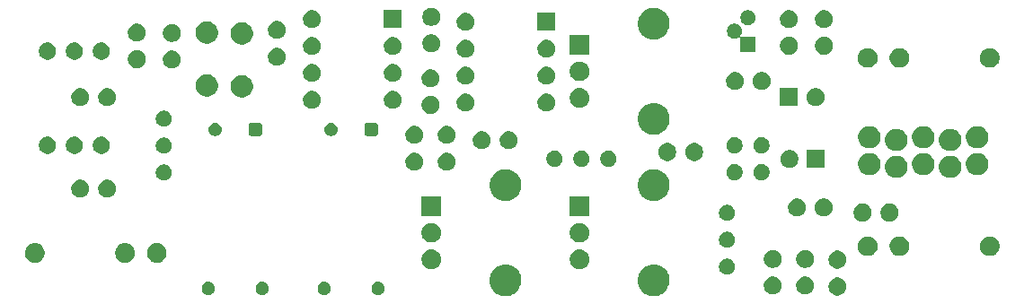
<source format=gts>
G04 #@! TF.GenerationSoftware,KiCad,Pcbnew,5.1.6-c6e7f7d~86~ubuntu18.04.1*
G04 #@! TF.CreationDate,2020-07-10T20:36:52+01:00*
G04 #@! TF.ProjectId,acid-casualty-v2,61636964-2d63-4617-9375-616c74792d76,rev?*
G04 #@! TF.SameCoordinates,Original*
G04 #@! TF.FileFunction,Soldermask,Top*
G04 #@! TF.FilePolarity,Negative*
%FSLAX46Y46*%
G04 Gerber Fmt 4.6, Leading zero omitted, Abs format (unit mm)*
G04 Created by KiCad (PCBNEW 5.1.6-c6e7f7d~86~ubuntu18.04.1) date 2020-07-10 20:36:52*
%MOMM*%
%LPD*%
G01*
G04 APERTURE LIST*
%ADD10C,0.100000*%
G04 APERTURE END LIST*
D10*
G36*
X162341616Y-115658793D02*
G01*
X162438125Y-115677990D01*
X162494837Y-115701481D01*
X162710852Y-115790957D01*
X162710853Y-115790958D01*
X162956302Y-115954961D01*
X163165039Y-116163698D01*
X163266458Y-116315483D01*
X163329043Y-116409148D01*
X163442010Y-116681876D01*
X163499600Y-116971399D01*
X163499600Y-117266601D01*
X163476297Y-117383753D01*
X163442010Y-117556125D01*
X163417547Y-117615184D01*
X163329043Y-117828852D01*
X163329042Y-117828853D01*
X163165039Y-118074302D01*
X162956302Y-118283039D01*
X162792298Y-118392622D01*
X162710852Y-118447043D01*
X162551092Y-118513217D01*
X162438125Y-118560010D01*
X162341616Y-118579207D01*
X162148601Y-118617600D01*
X161853399Y-118617600D01*
X161660384Y-118579207D01*
X161563875Y-118560010D01*
X161450908Y-118513217D01*
X161291148Y-118447043D01*
X161209702Y-118392622D01*
X161045698Y-118283039D01*
X160836961Y-118074302D01*
X160672958Y-117828853D01*
X160672957Y-117828852D01*
X160584453Y-117615184D01*
X160559990Y-117556125D01*
X160525703Y-117383753D01*
X160502400Y-117266601D01*
X160502400Y-116971399D01*
X160559990Y-116681876D01*
X160672957Y-116409148D01*
X160735542Y-116315483D01*
X160836961Y-116163698D01*
X161045698Y-115954961D01*
X161291147Y-115790958D01*
X161291148Y-115790957D01*
X161507163Y-115701481D01*
X161563875Y-115677990D01*
X161660384Y-115658793D01*
X161853399Y-115620400D01*
X162148601Y-115620400D01*
X162341616Y-115658793D01*
G37*
G36*
X148371616Y-115658793D02*
G01*
X148468125Y-115677990D01*
X148524837Y-115701481D01*
X148740852Y-115790957D01*
X148740853Y-115790958D01*
X148986302Y-115954961D01*
X149195039Y-116163698D01*
X149296458Y-116315483D01*
X149359043Y-116409148D01*
X149472010Y-116681876D01*
X149529600Y-116971399D01*
X149529600Y-117266601D01*
X149506297Y-117383753D01*
X149472010Y-117556125D01*
X149447547Y-117615184D01*
X149359043Y-117828852D01*
X149359042Y-117828853D01*
X149195039Y-118074302D01*
X148986302Y-118283039D01*
X148822298Y-118392622D01*
X148740852Y-118447043D01*
X148581092Y-118513217D01*
X148468125Y-118560010D01*
X148371616Y-118579207D01*
X148178601Y-118617600D01*
X147883399Y-118617600D01*
X147690384Y-118579207D01*
X147593875Y-118560010D01*
X147480908Y-118513217D01*
X147321148Y-118447043D01*
X147239702Y-118392622D01*
X147075698Y-118283039D01*
X146866961Y-118074302D01*
X146702958Y-117828853D01*
X146702957Y-117828852D01*
X146614453Y-117615184D01*
X146589990Y-117556125D01*
X146555703Y-117383753D01*
X146532400Y-117266601D01*
X146532400Y-116971399D01*
X146589990Y-116681876D01*
X146702957Y-116409148D01*
X146765542Y-116315483D01*
X146866961Y-116163698D01*
X147075698Y-115954961D01*
X147321147Y-115790958D01*
X147321148Y-115790957D01*
X147537163Y-115701481D01*
X147593875Y-115677990D01*
X147690384Y-115658793D01*
X147883399Y-115620400D01*
X148178601Y-115620400D01*
X148371616Y-115658793D01*
G37*
G36*
X179572228Y-116880703D02*
G01*
X179727100Y-116944853D01*
X179866481Y-117037985D01*
X179985015Y-117156519D01*
X180078147Y-117295900D01*
X180142297Y-117450772D01*
X180175000Y-117615184D01*
X180175000Y-117782816D01*
X180142297Y-117947228D01*
X180078147Y-118102100D01*
X179985015Y-118241481D01*
X179866481Y-118360015D01*
X179727100Y-118453147D01*
X179572228Y-118517297D01*
X179407816Y-118550000D01*
X179240184Y-118550000D01*
X179075772Y-118517297D01*
X178920900Y-118453147D01*
X178781519Y-118360015D01*
X178662985Y-118241481D01*
X178569853Y-118102100D01*
X178505703Y-117947228D01*
X178473000Y-117782816D01*
X178473000Y-117615184D01*
X178505703Y-117450772D01*
X178569853Y-117295900D01*
X178662985Y-117156519D01*
X178781519Y-117037985D01*
X178920900Y-116944853D01*
X179075772Y-116880703D01*
X179240184Y-116848000D01*
X179407816Y-116848000D01*
X179572228Y-116880703D01*
G37*
G36*
X136204597Y-117268056D02*
G01*
X136318521Y-117315245D01*
X136318522Y-117315246D01*
X136421052Y-117383754D01*
X136508246Y-117470948D01*
X136508247Y-117470950D01*
X136576755Y-117573479D01*
X136623944Y-117687403D01*
X136648000Y-117808343D01*
X136648000Y-117931657D01*
X136623944Y-118052597D01*
X136576755Y-118166521D01*
X136576754Y-118166522D01*
X136508246Y-118269052D01*
X136421052Y-118356246D01*
X136415411Y-118360015D01*
X136318521Y-118424755D01*
X136204597Y-118471944D01*
X136083657Y-118496000D01*
X135960343Y-118496000D01*
X135839403Y-118471944D01*
X135725479Y-118424755D01*
X135628589Y-118360015D01*
X135622948Y-118356246D01*
X135535754Y-118269052D01*
X135467246Y-118166522D01*
X135467245Y-118166521D01*
X135420056Y-118052597D01*
X135396000Y-117931657D01*
X135396000Y-117808343D01*
X135420056Y-117687403D01*
X135467245Y-117573479D01*
X135535753Y-117470950D01*
X135535754Y-117470948D01*
X135622948Y-117383754D01*
X135725478Y-117315246D01*
X135725479Y-117315245D01*
X135839403Y-117268056D01*
X135960343Y-117244000D01*
X136083657Y-117244000D01*
X136204597Y-117268056D01*
G37*
G36*
X131124597Y-117268056D02*
G01*
X131238521Y-117315245D01*
X131238522Y-117315246D01*
X131341052Y-117383754D01*
X131428246Y-117470948D01*
X131428247Y-117470950D01*
X131496755Y-117573479D01*
X131543944Y-117687403D01*
X131568000Y-117808343D01*
X131568000Y-117931657D01*
X131543944Y-118052597D01*
X131496755Y-118166521D01*
X131496754Y-118166522D01*
X131428246Y-118269052D01*
X131341052Y-118356246D01*
X131335411Y-118360015D01*
X131238521Y-118424755D01*
X131124597Y-118471944D01*
X131003657Y-118496000D01*
X130880343Y-118496000D01*
X130759403Y-118471944D01*
X130645479Y-118424755D01*
X130548589Y-118360015D01*
X130542948Y-118356246D01*
X130455754Y-118269052D01*
X130387246Y-118166522D01*
X130387245Y-118166521D01*
X130340056Y-118052597D01*
X130316000Y-117931657D01*
X130316000Y-117808343D01*
X130340056Y-117687403D01*
X130387245Y-117573479D01*
X130455753Y-117470950D01*
X130455754Y-117470948D01*
X130542948Y-117383754D01*
X130645478Y-117315246D01*
X130645479Y-117315245D01*
X130759403Y-117268056D01*
X130880343Y-117244000D01*
X131003657Y-117244000D01*
X131124597Y-117268056D01*
G37*
G36*
X125282597Y-117268056D02*
G01*
X125396521Y-117315245D01*
X125396522Y-117315246D01*
X125499052Y-117383754D01*
X125586246Y-117470948D01*
X125586247Y-117470950D01*
X125654755Y-117573479D01*
X125701944Y-117687403D01*
X125726000Y-117808343D01*
X125726000Y-117931657D01*
X125701944Y-118052597D01*
X125654755Y-118166521D01*
X125654754Y-118166522D01*
X125586246Y-118269052D01*
X125499052Y-118356246D01*
X125493411Y-118360015D01*
X125396521Y-118424755D01*
X125282597Y-118471944D01*
X125161657Y-118496000D01*
X125038343Y-118496000D01*
X124917403Y-118471944D01*
X124803479Y-118424755D01*
X124706589Y-118360015D01*
X124700948Y-118356246D01*
X124613754Y-118269052D01*
X124545246Y-118166522D01*
X124545245Y-118166521D01*
X124498056Y-118052597D01*
X124474000Y-117931657D01*
X124474000Y-117808343D01*
X124498056Y-117687403D01*
X124545245Y-117573479D01*
X124613753Y-117470950D01*
X124613754Y-117470948D01*
X124700948Y-117383754D01*
X124803478Y-117315246D01*
X124803479Y-117315245D01*
X124917403Y-117268056D01*
X125038343Y-117244000D01*
X125161657Y-117244000D01*
X125282597Y-117268056D01*
G37*
G36*
X120202597Y-117268056D02*
G01*
X120316521Y-117315245D01*
X120316522Y-117315246D01*
X120419052Y-117383754D01*
X120506246Y-117470948D01*
X120506247Y-117470950D01*
X120574755Y-117573479D01*
X120621944Y-117687403D01*
X120646000Y-117808343D01*
X120646000Y-117931657D01*
X120621944Y-118052597D01*
X120574755Y-118166521D01*
X120574754Y-118166522D01*
X120506246Y-118269052D01*
X120419052Y-118356246D01*
X120413411Y-118360015D01*
X120316521Y-118424755D01*
X120202597Y-118471944D01*
X120081657Y-118496000D01*
X119958343Y-118496000D01*
X119837403Y-118471944D01*
X119723479Y-118424755D01*
X119626589Y-118360015D01*
X119620948Y-118356246D01*
X119533754Y-118269052D01*
X119465246Y-118166522D01*
X119465245Y-118166521D01*
X119418056Y-118052597D01*
X119394000Y-117931657D01*
X119394000Y-117808343D01*
X119418056Y-117687403D01*
X119465245Y-117573479D01*
X119533753Y-117470950D01*
X119533754Y-117470948D01*
X119620948Y-117383754D01*
X119723478Y-117315246D01*
X119723479Y-117315245D01*
X119837403Y-117268056D01*
X119958343Y-117244000D01*
X120081657Y-117244000D01*
X120202597Y-117268056D01*
G37*
G36*
X176524228Y-116783703D02*
G01*
X176679100Y-116847853D01*
X176818481Y-116940985D01*
X176937015Y-117059519D01*
X177030147Y-117198900D01*
X177094297Y-117353772D01*
X177127000Y-117518184D01*
X177127000Y-117685816D01*
X177094297Y-117850228D01*
X177030147Y-118005100D01*
X176937015Y-118144481D01*
X176818481Y-118263015D01*
X176679100Y-118356147D01*
X176524228Y-118420297D01*
X176359816Y-118453000D01*
X176192184Y-118453000D01*
X176027772Y-118420297D01*
X175872900Y-118356147D01*
X175733519Y-118263015D01*
X175614985Y-118144481D01*
X175521853Y-118005100D01*
X175457703Y-117850228D01*
X175425000Y-117685816D01*
X175425000Y-117518184D01*
X175457703Y-117353772D01*
X175521853Y-117198900D01*
X175614985Y-117059519D01*
X175733519Y-116940985D01*
X175872900Y-116847853D01*
X176027772Y-116783703D01*
X176192184Y-116751000D01*
X176359816Y-116751000D01*
X176524228Y-116783703D01*
G37*
G36*
X173476228Y-116783703D02*
G01*
X173631100Y-116847853D01*
X173770481Y-116940985D01*
X173889015Y-117059519D01*
X173982147Y-117198900D01*
X174046297Y-117353772D01*
X174079000Y-117518184D01*
X174079000Y-117685816D01*
X174046297Y-117850228D01*
X173982147Y-118005100D01*
X173889015Y-118144481D01*
X173770481Y-118263015D01*
X173631100Y-118356147D01*
X173476228Y-118420297D01*
X173311816Y-118453000D01*
X173144184Y-118453000D01*
X172979772Y-118420297D01*
X172824900Y-118356147D01*
X172685519Y-118263015D01*
X172566985Y-118144481D01*
X172473853Y-118005100D01*
X172409703Y-117850228D01*
X172377000Y-117685816D01*
X172377000Y-117518184D01*
X172409703Y-117353772D01*
X172473853Y-117198900D01*
X172566985Y-117059519D01*
X172685519Y-116940985D01*
X172824900Y-116847853D01*
X172979772Y-116783703D01*
X173144184Y-116751000D01*
X173311816Y-116751000D01*
X173476228Y-116783703D01*
G37*
G36*
X169035589Y-115062876D02*
G01*
X169134893Y-115082629D01*
X169275206Y-115140748D01*
X169401484Y-115225125D01*
X169508875Y-115332516D01*
X169593252Y-115458794D01*
X169651371Y-115599107D01*
X169651371Y-115599109D01*
X169681000Y-115748062D01*
X169681000Y-115899938D01*
X169678372Y-115913148D01*
X169651371Y-116048893D01*
X169593252Y-116189206D01*
X169508875Y-116315484D01*
X169401484Y-116422875D01*
X169275206Y-116507252D01*
X169134893Y-116565371D01*
X169035589Y-116585124D01*
X168985938Y-116595000D01*
X168834062Y-116595000D01*
X168784411Y-116585124D01*
X168685107Y-116565371D01*
X168544794Y-116507252D01*
X168418516Y-116422875D01*
X168311125Y-116315484D01*
X168226748Y-116189206D01*
X168168629Y-116048893D01*
X168141628Y-115913148D01*
X168139000Y-115899938D01*
X168139000Y-115748062D01*
X168168629Y-115599109D01*
X168168629Y-115599107D01*
X168226748Y-115458794D01*
X168311125Y-115332516D01*
X168418516Y-115225125D01*
X168544794Y-115140748D01*
X168685107Y-115082629D01*
X168784411Y-115062876D01*
X168834062Y-115053000D01*
X168985938Y-115053000D01*
X169035589Y-115062876D01*
G37*
G36*
X141301279Y-114228009D02*
G01*
X141371127Y-114256941D01*
X141469908Y-114297857D01*
X141469909Y-114297858D01*
X141621673Y-114399263D01*
X141750737Y-114528327D01*
X141750738Y-114528329D01*
X141852143Y-114680092D01*
X141893059Y-114778873D01*
X141921991Y-114848721D01*
X141957600Y-115027738D01*
X141957600Y-115210262D01*
X141921991Y-115389279D01*
X141896591Y-115450600D01*
X141852143Y-115557908D01*
X141852142Y-115557909D01*
X141750737Y-115709673D01*
X141621673Y-115838737D01*
X141595617Y-115856147D01*
X141469908Y-115940143D01*
X141380214Y-115977295D01*
X141301279Y-116009991D01*
X141122262Y-116045600D01*
X140939738Y-116045600D01*
X140760721Y-116009991D01*
X140681786Y-115977295D01*
X140592092Y-115940143D01*
X140466383Y-115856147D01*
X140440327Y-115838737D01*
X140311263Y-115709673D01*
X140209858Y-115557909D01*
X140209857Y-115557908D01*
X140165409Y-115450600D01*
X140140009Y-115389279D01*
X140104400Y-115210262D01*
X140104400Y-115027738D01*
X140140009Y-114848721D01*
X140168941Y-114778873D01*
X140209857Y-114680092D01*
X140311262Y-114528329D01*
X140311263Y-114528327D01*
X140440327Y-114399263D01*
X140592091Y-114297858D01*
X140592092Y-114297857D01*
X140690873Y-114256941D01*
X140760721Y-114228009D01*
X140939738Y-114192400D01*
X141122262Y-114192400D01*
X141301279Y-114228009D01*
G37*
G36*
X155271279Y-114228009D02*
G01*
X155341127Y-114256941D01*
X155439908Y-114297857D01*
X155439909Y-114297858D01*
X155591673Y-114399263D01*
X155720737Y-114528327D01*
X155720738Y-114528329D01*
X155822143Y-114680092D01*
X155863059Y-114778873D01*
X155891991Y-114848721D01*
X155927600Y-115027738D01*
X155927600Y-115210262D01*
X155891991Y-115389279D01*
X155866591Y-115450600D01*
X155822143Y-115557908D01*
X155822142Y-115557909D01*
X155720737Y-115709673D01*
X155591673Y-115838737D01*
X155565617Y-115856147D01*
X155439908Y-115940143D01*
X155350214Y-115977295D01*
X155271279Y-116009991D01*
X155092262Y-116045600D01*
X154909738Y-116045600D01*
X154730721Y-116009991D01*
X154651786Y-115977295D01*
X154562092Y-115940143D01*
X154436383Y-115856147D01*
X154410327Y-115838737D01*
X154281263Y-115709673D01*
X154179858Y-115557909D01*
X154179857Y-115557908D01*
X154135409Y-115450600D01*
X154110009Y-115389279D01*
X154074400Y-115210262D01*
X154074400Y-115027738D01*
X154110009Y-114848721D01*
X154138941Y-114778873D01*
X154179857Y-114680092D01*
X154281262Y-114528329D01*
X154281263Y-114528327D01*
X154410327Y-114399263D01*
X154562091Y-114297858D01*
X154562092Y-114297857D01*
X154660873Y-114256941D01*
X154730721Y-114228009D01*
X154909738Y-114192400D01*
X155092262Y-114192400D01*
X155271279Y-114228009D01*
G37*
G36*
X179572228Y-114340703D02*
G01*
X179727100Y-114404853D01*
X179866481Y-114497985D01*
X179985015Y-114616519D01*
X180078147Y-114755900D01*
X180142297Y-114910772D01*
X180175000Y-115075184D01*
X180175000Y-115242816D01*
X180142297Y-115407228D01*
X180078147Y-115562100D01*
X179985015Y-115701481D01*
X179866481Y-115820015D01*
X179727100Y-115913147D01*
X179572228Y-115977297D01*
X179407816Y-116010000D01*
X179240184Y-116010000D01*
X179075772Y-115977297D01*
X178920900Y-115913147D01*
X178781519Y-115820015D01*
X178662985Y-115701481D01*
X178569853Y-115562100D01*
X178505703Y-115407228D01*
X178473000Y-115242816D01*
X178473000Y-115075184D01*
X178505703Y-114910772D01*
X178569853Y-114755900D01*
X178662985Y-114616519D01*
X178781519Y-114497985D01*
X178920900Y-114404853D01*
X179075772Y-114340703D01*
X179240184Y-114308000D01*
X179407816Y-114308000D01*
X179572228Y-114340703D01*
G37*
G36*
X176524228Y-114283703D02*
G01*
X176679100Y-114347853D01*
X176818481Y-114440985D01*
X176937015Y-114559519D01*
X177030147Y-114698900D01*
X177094297Y-114853772D01*
X177127000Y-115018184D01*
X177127000Y-115185816D01*
X177094297Y-115350228D01*
X177030147Y-115505100D01*
X176937015Y-115644481D01*
X176818481Y-115763015D01*
X176679100Y-115856147D01*
X176524228Y-115920297D01*
X176359816Y-115953000D01*
X176192184Y-115953000D01*
X176027772Y-115920297D01*
X175872900Y-115856147D01*
X175733519Y-115763015D01*
X175614985Y-115644481D01*
X175521853Y-115505100D01*
X175457703Y-115350228D01*
X175425000Y-115185816D01*
X175425000Y-115018184D01*
X175457703Y-114853772D01*
X175521853Y-114698900D01*
X175614985Y-114559519D01*
X175733519Y-114440985D01*
X175872900Y-114347853D01*
X176027772Y-114283703D01*
X176192184Y-114251000D01*
X176359816Y-114251000D01*
X176524228Y-114283703D01*
G37*
G36*
X173476228Y-114283703D02*
G01*
X173631100Y-114347853D01*
X173770481Y-114440985D01*
X173889015Y-114559519D01*
X173982147Y-114698900D01*
X174046297Y-114853772D01*
X174079000Y-115018184D01*
X174079000Y-115185816D01*
X174046297Y-115350228D01*
X173982147Y-115505100D01*
X173889015Y-115644481D01*
X173770481Y-115763015D01*
X173631100Y-115856147D01*
X173476228Y-115920297D01*
X173311816Y-115953000D01*
X173144184Y-115953000D01*
X172979772Y-115920297D01*
X172824900Y-115856147D01*
X172685519Y-115763015D01*
X172566985Y-115644481D01*
X172473853Y-115505100D01*
X172409703Y-115350228D01*
X172377000Y-115185816D01*
X172377000Y-115018184D01*
X172409703Y-114853772D01*
X172473853Y-114698900D01*
X172566985Y-114559519D01*
X172685519Y-114440985D01*
X172824900Y-114347853D01*
X172979772Y-114283703D01*
X173144184Y-114251000D01*
X173311816Y-114251000D01*
X173476228Y-114283703D01*
G37*
G36*
X115431279Y-113633009D02*
G01*
X115501127Y-113661941D01*
X115599908Y-113702857D01*
X115599909Y-113702858D01*
X115751673Y-113804263D01*
X115880737Y-113933327D01*
X115880738Y-113933329D01*
X115982143Y-114085092D01*
X116012871Y-114159278D01*
X116051991Y-114253721D01*
X116087600Y-114432738D01*
X116087600Y-114615262D01*
X116051991Y-114794279D01*
X116027348Y-114853772D01*
X115982143Y-114962908D01*
X115982142Y-114962909D01*
X115880737Y-115114673D01*
X115751673Y-115243737D01*
X115675275Y-115294784D01*
X115599908Y-115345143D01*
X115501127Y-115386059D01*
X115431279Y-115414991D01*
X115252262Y-115450600D01*
X115069738Y-115450600D01*
X114890721Y-115414991D01*
X114820873Y-115386059D01*
X114722092Y-115345143D01*
X114646725Y-115294784D01*
X114570327Y-115243737D01*
X114441263Y-115114673D01*
X114339858Y-114962909D01*
X114339857Y-114962908D01*
X114294652Y-114853772D01*
X114270009Y-114794279D01*
X114234400Y-114615262D01*
X114234400Y-114432738D01*
X114270009Y-114253721D01*
X114309129Y-114159278D01*
X114339857Y-114085092D01*
X114441262Y-113933329D01*
X114441263Y-113933327D01*
X114570327Y-113804263D01*
X114722091Y-113702858D01*
X114722092Y-113702857D01*
X114820873Y-113661941D01*
X114890721Y-113633009D01*
X115069738Y-113597400D01*
X115252262Y-113597400D01*
X115431279Y-113633009D01*
G37*
G36*
X103931279Y-113633009D02*
G01*
X104001127Y-113661941D01*
X104099908Y-113702857D01*
X104099909Y-113702858D01*
X104251673Y-113804263D01*
X104380737Y-113933327D01*
X104380738Y-113933329D01*
X104482143Y-114085092D01*
X104512871Y-114159278D01*
X104551991Y-114253721D01*
X104587600Y-114432738D01*
X104587600Y-114615262D01*
X104551991Y-114794279D01*
X104527348Y-114853772D01*
X104482143Y-114962908D01*
X104482142Y-114962909D01*
X104380737Y-115114673D01*
X104251673Y-115243737D01*
X104175275Y-115294784D01*
X104099908Y-115345143D01*
X104001127Y-115386059D01*
X103931279Y-115414991D01*
X103752262Y-115450600D01*
X103569738Y-115450600D01*
X103390721Y-115414991D01*
X103320873Y-115386059D01*
X103222092Y-115345143D01*
X103146725Y-115294784D01*
X103070327Y-115243737D01*
X102941263Y-115114673D01*
X102839858Y-114962909D01*
X102839857Y-114962908D01*
X102794652Y-114853772D01*
X102770009Y-114794279D01*
X102734400Y-114615262D01*
X102734400Y-114432738D01*
X102770009Y-114253721D01*
X102809129Y-114159278D01*
X102839857Y-114085092D01*
X102941262Y-113933329D01*
X102941263Y-113933327D01*
X103070327Y-113804263D01*
X103222091Y-113702858D01*
X103222092Y-113702857D01*
X103320873Y-113661941D01*
X103390721Y-113633009D01*
X103569738Y-113597400D01*
X103752262Y-113597400D01*
X103931279Y-113633009D01*
G37*
G36*
X112431279Y-113633009D02*
G01*
X112501127Y-113661941D01*
X112599908Y-113702857D01*
X112599909Y-113702858D01*
X112751673Y-113804263D01*
X112880737Y-113933327D01*
X112880738Y-113933329D01*
X112982143Y-114085092D01*
X113012871Y-114159278D01*
X113051991Y-114253721D01*
X113087600Y-114432738D01*
X113087600Y-114615262D01*
X113051991Y-114794279D01*
X113027348Y-114853772D01*
X112982143Y-114962908D01*
X112982142Y-114962909D01*
X112880737Y-115114673D01*
X112751673Y-115243737D01*
X112675275Y-115294784D01*
X112599908Y-115345143D01*
X112501127Y-115386059D01*
X112431279Y-115414991D01*
X112252262Y-115450600D01*
X112069738Y-115450600D01*
X111890721Y-115414991D01*
X111820873Y-115386059D01*
X111722092Y-115345143D01*
X111646725Y-115294784D01*
X111570327Y-115243737D01*
X111441263Y-115114673D01*
X111339858Y-114962909D01*
X111339857Y-114962908D01*
X111294652Y-114853772D01*
X111270009Y-114794279D01*
X111234400Y-114615262D01*
X111234400Y-114432738D01*
X111270009Y-114253721D01*
X111309129Y-114159278D01*
X111339857Y-114085092D01*
X111441262Y-113933329D01*
X111441263Y-113933327D01*
X111570327Y-113804263D01*
X111722091Y-113702858D01*
X111722092Y-113702857D01*
X111820873Y-113661941D01*
X111890721Y-113633009D01*
X112069738Y-113597400D01*
X112252262Y-113597400D01*
X112431279Y-113633009D01*
G37*
G36*
X185441279Y-112998009D02*
G01*
X185511127Y-113026941D01*
X185609908Y-113067857D01*
X185609909Y-113067858D01*
X185761673Y-113169263D01*
X185890737Y-113298327D01*
X185931903Y-113359937D01*
X185992143Y-113450092D01*
X186031703Y-113545600D01*
X186061991Y-113618721D01*
X186097600Y-113797738D01*
X186097600Y-113980262D01*
X186082734Y-114055000D01*
X186061991Y-114159278D01*
X185992143Y-114327908D01*
X185983592Y-114340705D01*
X185890737Y-114479673D01*
X185761673Y-114608737D01*
X185685275Y-114659784D01*
X185609908Y-114710143D01*
X185511127Y-114751059D01*
X185441279Y-114779991D01*
X185262262Y-114815600D01*
X185079738Y-114815600D01*
X184900721Y-114779991D01*
X184830873Y-114751059D01*
X184732092Y-114710143D01*
X184656725Y-114659784D01*
X184580327Y-114608737D01*
X184451263Y-114479673D01*
X184358408Y-114340705D01*
X184349857Y-114327908D01*
X184280009Y-114159278D01*
X184259267Y-114055000D01*
X184244400Y-113980262D01*
X184244400Y-113797738D01*
X184280009Y-113618721D01*
X184310297Y-113545600D01*
X184349857Y-113450092D01*
X184410097Y-113359937D01*
X184451263Y-113298327D01*
X184580327Y-113169263D01*
X184732091Y-113067858D01*
X184732092Y-113067857D01*
X184830873Y-113026941D01*
X184900721Y-112998009D01*
X185079738Y-112962400D01*
X185262262Y-112962400D01*
X185441279Y-112998009D01*
G37*
G36*
X182441279Y-112998009D02*
G01*
X182511127Y-113026941D01*
X182609908Y-113067857D01*
X182609909Y-113067858D01*
X182761673Y-113169263D01*
X182890737Y-113298327D01*
X182931903Y-113359937D01*
X182992143Y-113450092D01*
X183031703Y-113545600D01*
X183061991Y-113618721D01*
X183097600Y-113797738D01*
X183097600Y-113980262D01*
X183082734Y-114055000D01*
X183061991Y-114159278D01*
X182992143Y-114327908D01*
X182983592Y-114340705D01*
X182890737Y-114479673D01*
X182761673Y-114608737D01*
X182685275Y-114659784D01*
X182609908Y-114710143D01*
X182511127Y-114751059D01*
X182441279Y-114779991D01*
X182262262Y-114815600D01*
X182079738Y-114815600D01*
X181900721Y-114779991D01*
X181830873Y-114751059D01*
X181732092Y-114710143D01*
X181656725Y-114659784D01*
X181580327Y-114608737D01*
X181451263Y-114479673D01*
X181358408Y-114340705D01*
X181349857Y-114327908D01*
X181280009Y-114159278D01*
X181259267Y-114055000D01*
X181244400Y-113980262D01*
X181244400Y-113797738D01*
X181280009Y-113618721D01*
X181310297Y-113545600D01*
X181349857Y-113450092D01*
X181410097Y-113359937D01*
X181451263Y-113298327D01*
X181580327Y-113169263D01*
X181732091Y-113067858D01*
X181732092Y-113067857D01*
X181830873Y-113026941D01*
X181900721Y-112998009D01*
X182079738Y-112962400D01*
X182262262Y-112962400D01*
X182441279Y-112998009D01*
G37*
G36*
X193941279Y-112998009D02*
G01*
X194011127Y-113026941D01*
X194109908Y-113067857D01*
X194109909Y-113067858D01*
X194261673Y-113169263D01*
X194390737Y-113298327D01*
X194431903Y-113359937D01*
X194492143Y-113450092D01*
X194531703Y-113545600D01*
X194561991Y-113618721D01*
X194597600Y-113797738D01*
X194597600Y-113980262D01*
X194582734Y-114055000D01*
X194561991Y-114159278D01*
X194492143Y-114327908D01*
X194483592Y-114340705D01*
X194390737Y-114479673D01*
X194261673Y-114608737D01*
X194185275Y-114659784D01*
X194109908Y-114710143D01*
X194011127Y-114751059D01*
X193941279Y-114779991D01*
X193762262Y-114815600D01*
X193579738Y-114815600D01*
X193400721Y-114779991D01*
X193330873Y-114751059D01*
X193232092Y-114710143D01*
X193156725Y-114659784D01*
X193080327Y-114608737D01*
X192951263Y-114479673D01*
X192858408Y-114340705D01*
X192849857Y-114327908D01*
X192780009Y-114159278D01*
X192759267Y-114055000D01*
X192744400Y-113980262D01*
X192744400Y-113797738D01*
X192780009Y-113618721D01*
X192810297Y-113545600D01*
X192849857Y-113450092D01*
X192910097Y-113359937D01*
X192951263Y-113298327D01*
X193080327Y-113169263D01*
X193232091Y-113067858D01*
X193232092Y-113067857D01*
X193330873Y-113026941D01*
X193400721Y-112998009D01*
X193579738Y-112962400D01*
X193762262Y-112962400D01*
X193941279Y-112998009D01*
G37*
G36*
X169035589Y-112522876D02*
G01*
X169134893Y-112542629D01*
X169275206Y-112600748D01*
X169401484Y-112685125D01*
X169508875Y-112792516D01*
X169593252Y-112918794D01*
X169651371Y-113059107D01*
X169681000Y-113208063D01*
X169681000Y-113359937D01*
X169651371Y-113508893D01*
X169593252Y-113649206D01*
X169508875Y-113775484D01*
X169401484Y-113882875D01*
X169275206Y-113967252D01*
X169134893Y-114025371D01*
X169035589Y-114045124D01*
X168985938Y-114055000D01*
X168834062Y-114055000D01*
X168784411Y-114045124D01*
X168685107Y-114025371D01*
X168544794Y-113967252D01*
X168418516Y-113882875D01*
X168311125Y-113775484D01*
X168226748Y-113649206D01*
X168168629Y-113508893D01*
X168139000Y-113359937D01*
X168139000Y-113208063D01*
X168168629Y-113059107D01*
X168226748Y-112918794D01*
X168311125Y-112792516D01*
X168418516Y-112685125D01*
X168544794Y-112600748D01*
X168685107Y-112542629D01*
X168784411Y-112522876D01*
X168834062Y-112513000D01*
X168985938Y-112513000D01*
X169035589Y-112522876D01*
G37*
G36*
X155271279Y-111728009D02*
G01*
X155341127Y-111756941D01*
X155439908Y-111797857D01*
X155439909Y-111797858D01*
X155591673Y-111899263D01*
X155720737Y-112028327D01*
X155720738Y-112028329D01*
X155822143Y-112180092D01*
X155863059Y-112278873D01*
X155891991Y-112348721D01*
X155927600Y-112527738D01*
X155927600Y-112710262D01*
X155891991Y-112889279D01*
X155863059Y-112959127D01*
X155822143Y-113057908D01*
X155771784Y-113133275D01*
X155720737Y-113209673D01*
X155591673Y-113338737D01*
X155559945Y-113359937D01*
X155439908Y-113440143D01*
X155341127Y-113481059D01*
X155271279Y-113509991D01*
X155092262Y-113545600D01*
X154909738Y-113545600D01*
X154730721Y-113509991D01*
X154660873Y-113481059D01*
X154562092Y-113440143D01*
X154442055Y-113359937D01*
X154410327Y-113338737D01*
X154281263Y-113209673D01*
X154230216Y-113133275D01*
X154179857Y-113057908D01*
X154138941Y-112959127D01*
X154110009Y-112889279D01*
X154074400Y-112710262D01*
X154074400Y-112527738D01*
X154110009Y-112348721D01*
X154138941Y-112278873D01*
X154179857Y-112180092D01*
X154281262Y-112028329D01*
X154281263Y-112028327D01*
X154410327Y-111899263D01*
X154562091Y-111797858D01*
X154562092Y-111797857D01*
X154660873Y-111756941D01*
X154730721Y-111728009D01*
X154909738Y-111692400D01*
X155092262Y-111692400D01*
X155271279Y-111728009D01*
G37*
G36*
X141301279Y-111728009D02*
G01*
X141371127Y-111756941D01*
X141469908Y-111797857D01*
X141469909Y-111797858D01*
X141621673Y-111899263D01*
X141750737Y-112028327D01*
X141750738Y-112028329D01*
X141852143Y-112180092D01*
X141893059Y-112278873D01*
X141921991Y-112348721D01*
X141957600Y-112527738D01*
X141957600Y-112710262D01*
X141921991Y-112889279D01*
X141893059Y-112959127D01*
X141852143Y-113057908D01*
X141801784Y-113133275D01*
X141750737Y-113209673D01*
X141621673Y-113338737D01*
X141589945Y-113359937D01*
X141469908Y-113440143D01*
X141371127Y-113481059D01*
X141301279Y-113509991D01*
X141122262Y-113545600D01*
X140939738Y-113545600D01*
X140760721Y-113509991D01*
X140690873Y-113481059D01*
X140592092Y-113440143D01*
X140472055Y-113359937D01*
X140440327Y-113338737D01*
X140311263Y-113209673D01*
X140260216Y-113133275D01*
X140209857Y-113057908D01*
X140168941Y-112959127D01*
X140140009Y-112889279D01*
X140104400Y-112710262D01*
X140104400Y-112527738D01*
X140140009Y-112348721D01*
X140168941Y-112278873D01*
X140209857Y-112180092D01*
X140311262Y-112028329D01*
X140311263Y-112028327D01*
X140440327Y-111899263D01*
X140592091Y-111797858D01*
X140592092Y-111797857D01*
X140690873Y-111756941D01*
X140760721Y-111728009D01*
X140939738Y-111692400D01*
X141122262Y-111692400D01*
X141301279Y-111728009D01*
G37*
G36*
X181934228Y-109895703D02*
G01*
X182089100Y-109959853D01*
X182228481Y-110052985D01*
X182347015Y-110171519D01*
X182440147Y-110310900D01*
X182504297Y-110465772D01*
X182537000Y-110630184D01*
X182537000Y-110797816D01*
X182504297Y-110962228D01*
X182440147Y-111117100D01*
X182347015Y-111256481D01*
X182228481Y-111375015D01*
X182089100Y-111468147D01*
X181934228Y-111532297D01*
X181769816Y-111565000D01*
X181602184Y-111565000D01*
X181437772Y-111532297D01*
X181282900Y-111468147D01*
X181143519Y-111375015D01*
X181024985Y-111256481D01*
X180931853Y-111117100D01*
X180867703Y-110962228D01*
X180835000Y-110797816D01*
X180835000Y-110630184D01*
X180867703Y-110465772D01*
X180931853Y-110310900D01*
X181024985Y-110171519D01*
X181143519Y-110052985D01*
X181282900Y-109959853D01*
X181437772Y-109895703D01*
X181602184Y-109863000D01*
X181769816Y-109863000D01*
X181934228Y-109895703D01*
G37*
G36*
X184474228Y-109895703D02*
G01*
X184629100Y-109959853D01*
X184768481Y-110052985D01*
X184887015Y-110171519D01*
X184980147Y-110310900D01*
X185044297Y-110465772D01*
X185077000Y-110630184D01*
X185077000Y-110797816D01*
X185044297Y-110962228D01*
X184980147Y-111117100D01*
X184887015Y-111256481D01*
X184768481Y-111375015D01*
X184629100Y-111468147D01*
X184474228Y-111532297D01*
X184309816Y-111565000D01*
X184142184Y-111565000D01*
X183977772Y-111532297D01*
X183822900Y-111468147D01*
X183683519Y-111375015D01*
X183564985Y-111256481D01*
X183471853Y-111117100D01*
X183407703Y-110962228D01*
X183375000Y-110797816D01*
X183375000Y-110630184D01*
X183407703Y-110465772D01*
X183471853Y-110310900D01*
X183564985Y-110171519D01*
X183683519Y-110052985D01*
X183822900Y-109959853D01*
X183977772Y-109895703D01*
X184142184Y-109863000D01*
X184309816Y-109863000D01*
X184474228Y-109895703D01*
G37*
G36*
X169035589Y-109982876D02*
G01*
X169134893Y-110002629D01*
X169275206Y-110060748D01*
X169401484Y-110145125D01*
X169508875Y-110252516D01*
X169593252Y-110378794D01*
X169651371Y-110519107D01*
X169681000Y-110668063D01*
X169681000Y-110819937D01*
X169651371Y-110968893D01*
X169593252Y-111109206D01*
X169508875Y-111235484D01*
X169401484Y-111342875D01*
X169275206Y-111427252D01*
X169134893Y-111485371D01*
X169035589Y-111505124D01*
X168985938Y-111515000D01*
X168834062Y-111515000D01*
X168784411Y-111505124D01*
X168685107Y-111485371D01*
X168544794Y-111427252D01*
X168418516Y-111342875D01*
X168311125Y-111235484D01*
X168226748Y-111109206D01*
X168168629Y-110968893D01*
X168139000Y-110819937D01*
X168139000Y-110668063D01*
X168168629Y-110519107D01*
X168226748Y-110378794D01*
X168311125Y-110252516D01*
X168418516Y-110145125D01*
X168544794Y-110060748D01*
X168685107Y-110002629D01*
X168784411Y-109982876D01*
X168834062Y-109973000D01*
X168985938Y-109973000D01*
X169035589Y-109982876D01*
G37*
G36*
X178262228Y-109417703D02*
G01*
X178417100Y-109481853D01*
X178556481Y-109574985D01*
X178675015Y-109693519D01*
X178768147Y-109832900D01*
X178832297Y-109987772D01*
X178865000Y-110152184D01*
X178865000Y-110319816D01*
X178832297Y-110484228D01*
X178768147Y-110639100D01*
X178675015Y-110778481D01*
X178556481Y-110897015D01*
X178417100Y-110990147D01*
X178262228Y-111054297D01*
X178097816Y-111087000D01*
X177930184Y-111087000D01*
X177765772Y-111054297D01*
X177610900Y-110990147D01*
X177471519Y-110897015D01*
X177352985Y-110778481D01*
X177259853Y-110639100D01*
X177195703Y-110484228D01*
X177163000Y-110319816D01*
X177163000Y-110152184D01*
X177195703Y-109987772D01*
X177259853Y-109832900D01*
X177352985Y-109693519D01*
X177471519Y-109574985D01*
X177610900Y-109481853D01*
X177765772Y-109417703D01*
X177930184Y-109385000D01*
X178097816Y-109385000D01*
X178262228Y-109417703D01*
G37*
G36*
X175762228Y-109417703D02*
G01*
X175917100Y-109481853D01*
X176056481Y-109574985D01*
X176175015Y-109693519D01*
X176268147Y-109832900D01*
X176332297Y-109987772D01*
X176365000Y-110152184D01*
X176365000Y-110319816D01*
X176332297Y-110484228D01*
X176268147Y-110639100D01*
X176175015Y-110778481D01*
X176056481Y-110897015D01*
X175917100Y-110990147D01*
X175762228Y-111054297D01*
X175597816Y-111087000D01*
X175430184Y-111087000D01*
X175265772Y-111054297D01*
X175110900Y-110990147D01*
X174971519Y-110897015D01*
X174852985Y-110778481D01*
X174759853Y-110639100D01*
X174695703Y-110484228D01*
X174663000Y-110319816D01*
X174663000Y-110152184D01*
X174695703Y-109987772D01*
X174759853Y-109832900D01*
X174852985Y-109693519D01*
X174971519Y-109574985D01*
X175110900Y-109481853D01*
X175265772Y-109417703D01*
X175430184Y-109385000D01*
X175597816Y-109385000D01*
X175762228Y-109417703D01*
G37*
G36*
X155927600Y-111045600D02*
G01*
X154074400Y-111045600D01*
X154074400Y-109192400D01*
X155927600Y-109192400D01*
X155927600Y-111045600D01*
G37*
G36*
X141957600Y-111045600D02*
G01*
X140104400Y-111045600D01*
X140104400Y-109192400D01*
X141957600Y-109192400D01*
X141957600Y-111045600D01*
G37*
G36*
X148371616Y-106658793D02*
G01*
X148468125Y-106677990D01*
X148581092Y-106724783D01*
X148740852Y-106790957D01*
X148740853Y-106790958D01*
X148986302Y-106954961D01*
X149195039Y-107163698D01*
X149222575Y-107204909D01*
X149359043Y-107409148D01*
X149370745Y-107437400D01*
X149454543Y-107639705D01*
X149472010Y-107681876D01*
X149529600Y-107971399D01*
X149529600Y-108266601D01*
X149472010Y-108556124D01*
X149359043Y-108828852D01*
X149304622Y-108910298D01*
X149195039Y-109074302D01*
X148986302Y-109283039D01*
X148947448Y-109309000D01*
X148740852Y-109447043D01*
X148581092Y-109513217D01*
X148468125Y-109560010D01*
X148392840Y-109574985D01*
X148178601Y-109617600D01*
X147883399Y-109617600D01*
X147669160Y-109574985D01*
X147593875Y-109560010D01*
X147480908Y-109513217D01*
X147321148Y-109447043D01*
X147114552Y-109309000D01*
X147075698Y-109283039D01*
X146866961Y-109074302D01*
X146757378Y-108910298D01*
X146702957Y-108828852D01*
X146589990Y-108556124D01*
X146532400Y-108266601D01*
X146532400Y-107971399D01*
X146589990Y-107681876D01*
X146607458Y-107639705D01*
X146691255Y-107437400D01*
X146702957Y-107409148D01*
X146839425Y-107204909D01*
X146866961Y-107163698D01*
X147075698Y-106954961D01*
X147321147Y-106790958D01*
X147321148Y-106790957D01*
X147480908Y-106724783D01*
X147593875Y-106677990D01*
X147690384Y-106658793D01*
X147883399Y-106620400D01*
X148178601Y-106620400D01*
X148371616Y-106658793D01*
G37*
G36*
X162341616Y-106658793D02*
G01*
X162438125Y-106677990D01*
X162551092Y-106724783D01*
X162710852Y-106790957D01*
X162710853Y-106790958D01*
X162956302Y-106954961D01*
X163165039Y-107163698D01*
X163192575Y-107204909D01*
X163329043Y-107409148D01*
X163340745Y-107437400D01*
X163424543Y-107639705D01*
X163442010Y-107681876D01*
X163499600Y-107971399D01*
X163499600Y-108266601D01*
X163442010Y-108556124D01*
X163329043Y-108828852D01*
X163274622Y-108910298D01*
X163165039Y-109074302D01*
X162956302Y-109283039D01*
X162917448Y-109309000D01*
X162710852Y-109447043D01*
X162551092Y-109513217D01*
X162438125Y-109560010D01*
X162362840Y-109574985D01*
X162148601Y-109617600D01*
X161853399Y-109617600D01*
X161639160Y-109574985D01*
X161563875Y-109560010D01*
X161450908Y-109513217D01*
X161291148Y-109447043D01*
X161084552Y-109309000D01*
X161045698Y-109283039D01*
X160836961Y-109074302D01*
X160727378Y-108910298D01*
X160672957Y-108828852D01*
X160559990Y-108556124D01*
X160502400Y-108266601D01*
X160502400Y-107971399D01*
X160559990Y-107681876D01*
X160577458Y-107639705D01*
X160661255Y-107437400D01*
X160672957Y-107409148D01*
X160809425Y-107204909D01*
X160836961Y-107163698D01*
X161045698Y-106954961D01*
X161291147Y-106790958D01*
X161291148Y-106790957D01*
X161450908Y-106724783D01*
X161563875Y-106677990D01*
X161660384Y-106658793D01*
X161853399Y-106620400D01*
X162148601Y-106620400D01*
X162341616Y-106658793D01*
G37*
G36*
X108198228Y-107639703D02*
G01*
X108353100Y-107703853D01*
X108492481Y-107796985D01*
X108611015Y-107915519D01*
X108704147Y-108054900D01*
X108768297Y-108209772D01*
X108801000Y-108374184D01*
X108801000Y-108541816D01*
X108768297Y-108706228D01*
X108704147Y-108861100D01*
X108611015Y-109000481D01*
X108492481Y-109119015D01*
X108353100Y-109212147D01*
X108198228Y-109276297D01*
X108033816Y-109309000D01*
X107866184Y-109309000D01*
X107701772Y-109276297D01*
X107546900Y-109212147D01*
X107407519Y-109119015D01*
X107288985Y-109000481D01*
X107195853Y-108861100D01*
X107131703Y-108706228D01*
X107099000Y-108541816D01*
X107099000Y-108374184D01*
X107131703Y-108209772D01*
X107195853Y-108054900D01*
X107288985Y-107915519D01*
X107407519Y-107796985D01*
X107546900Y-107703853D01*
X107701772Y-107639703D01*
X107866184Y-107607000D01*
X108033816Y-107607000D01*
X108198228Y-107639703D01*
G37*
G36*
X110738228Y-107639703D02*
G01*
X110893100Y-107703853D01*
X111032481Y-107796985D01*
X111151015Y-107915519D01*
X111244147Y-108054900D01*
X111308297Y-108209772D01*
X111341000Y-108374184D01*
X111341000Y-108541816D01*
X111308297Y-108706228D01*
X111244147Y-108861100D01*
X111151015Y-109000481D01*
X111032481Y-109119015D01*
X110893100Y-109212147D01*
X110738228Y-109276297D01*
X110573816Y-109309000D01*
X110406184Y-109309000D01*
X110241772Y-109276297D01*
X110086900Y-109212147D01*
X109947519Y-109119015D01*
X109828985Y-109000481D01*
X109735853Y-108861100D01*
X109671703Y-108706228D01*
X109639000Y-108541816D01*
X109639000Y-108374184D01*
X109671703Y-108209772D01*
X109735853Y-108054900D01*
X109828985Y-107915519D01*
X109947519Y-107796985D01*
X110086900Y-107703853D01*
X110241772Y-107639703D01*
X110406184Y-107607000D01*
X110573816Y-107607000D01*
X110738228Y-107639703D01*
G37*
G36*
X115941579Y-106171283D02*
G01*
X116048893Y-106192629D01*
X116189206Y-106250748D01*
X116315484Y-106335125D01*
X116422875Y-106442516D01*
X116507252Y-106568794D01*
X116565371Y-106709107D01*
X116595000Y-106858063D01*
X116595000Y-107009937D01*
X116565371Y-107158893D01*
X116507252Y-107299206D01*
X116422875Y-107425484D01*
X116315484Y-107532875D01*
X116189206Y-107617252D01*
X116048893Y-107675371D01*
X115949589Y-107695124D01*
X115899938Y-107705000D01*
X115748062Y-107705000D01*
X115698411Y-107695124D01*
X115599107Y-107675371D01*
X115458794Y-107617252D01*
X115332516Y-107532875D01*
X115225125Y-107425484D01*
X115140748Y-107299206D01*
X115082629Y-107158893D01*
X115053000Y-107009937D01*
X115053000Y-106858063D01*
X115082629Y-106709107D01*
X115140748Y-106568794D01*
X115225125Y-106442516D01*
X115332516Y-106335125D01*
X115458794Y-106250748D01*
X115599107Y-106192629D01*
X115706421Y-106171283D01*
X115748062Y-106163000D01*
X115899938Y-106163000D01*
X115941579Y-106171283D01*
G37*
G36*
X172334195Y-106161522D02*
G01*
X172383267Y-106171283D01*
X172521942Y-106228724D01*
X172646747Y-106312116D01*
X172752884Y-106418253D01*
X172836276Y-106543058D01*
X172893717Y-106681733D01*
X172893717Y-106681734D01*
X172923000Y-106828948D01*
X172923000Y-106979052D01*
X172916856Y-107009938D01*
X172893717Y-107126267D01*
X172836276Y-107264942D01*
X172752884Y-107389747D01*
X172646747Y-107495884D01*
X172521942Y-107579276D01*
X172383267Y-107636717D01*
X172334195Y-107646478D01*
X172236052Y-107666000D01*
X172085948Y-107666000D01*
X171987805Y-107646478D01*
X171938733Y-107636717D01*
X171800058Y-107579276D01*
X171675253Y-107495884D01*
X171569116Y-107389747D01*
X171485724Y-107264942D01*
X171428283Y-107126267D01*
X171405144Y-107009938D01*
X171399000Y-106979052D01*
X171399000Y-106828948D01*
X171428283Y-106681734D01*
X171428283Y-106681733D01*
X171485724Y-106543058D01*
X171569116Y-106418253D01*
X171675253Y-106312116D01*
X171800058Y-106228724D01*
X171938733Y-106171283D01*
X171987805Y-106161522D01*
X172085948Y-106142000D01*
X172236052Y-106142000D01*
X172334195Y-106161522D01*
G37*
G36*
X169794195Y-106161522D02*
G01*
X169843267Y-106171283D01*
X169981942Y-106228724D01*
X170106747Y-106312116D01*
X170212884Y-106418253D01*
X170296276Y-106543058D01*
X170353717Y-106681733D01*
X170353717Y-106681734D01*
X170383000Y-106828948D01*
X170383000Y-106979052D01*
X170376856Y-107009938D01*
X170353717Y-107126267D01*
X170296276Y-107264942D01*
X170212884Y-107389747D01*
X170106747Y-107495884D01*
X169981942Y-107579276D01*
X169843267Y-107636717D01*
X169794195Y-107646478D01*
X169696052Y-107666000D01*
X169545948Y-107666000D01*
X169447805Y-107646478D01*
X169398733Y-107636717D01*
X169260058Y-107579276D01*
X169135253Y-107495884D01*
X169029116Y-107389747D01*
X168945724Y-107264942D01*
X168888283Y-107126267D01*
X168865144Y-107009938D01*
X168859000Y-106979052D01*
X168859000Y-106828948D01*
X168888283Y-106681734D01*
X168888283Y-106681733D01*
X168945724Y-106543058D01*
X169029116Y-106418253D01*
X169135253Y-106312116D01*
X169260058Y-106228724D01*
X169398733Y-106171283D01*
X169447805Y-106161522D01*
X169545948Y-106142000D01*
X169696052Y-106142000D01*
X169794195Y-106161522D01*
G37*
G36*
X190244765Y-105394620D02*
G01*
X190295831Y-105415772D01*
X190434288Y-105473123D01*
X190604854Y-105587092D01*
X190749908Y-105732146D01*
X190834598Y-105858893D01*
X190863878Y-105902714D01*
X190942380Y-106092235D01*
X190982400Y-106293430D01*
X190982400Y-106498570D01*
X190942380Y-106699765D01*
X190898437Y-106805854D01*
X190863877Y-106889288D01*
X190749908Y-107059854D01*
X190604854Y-107204908D01*
X190434288Y-107318877D01*
X190434287Y-107318878D01*
X190434286Y-107318878D01*
X190244765Y-107397380D01*
X190043570Y-107437400D01*
X189838430Y-107437400D01*
X189637235Y-107397380D01*
X189447714Y-107318878D01*
X189447713Y-107318878D01*
X189447712Y-107318877D01*
X189277146Y-107204908D01*
X189132092Y-107059854D01*
X189018123Y-106889288D01*
X188983564Y-106805854D01*
X188939620Y-106699765D01*
X188899600Y-106498570D01*
X188899600Y-106293430D01*
X188939620Y-106092235D01*
X189018122Y-105902714D01*
X189047402Y-105858893D01*
X189132092Y-105732146D01*
X189277146Y-105587092D01*
X189447712Y-105473123D01*
X189586170Y-105415772D01*
X189637235Y-105394620D01*
X189838430Y-105354600D01*
X190043570Y-105354600D01*
X190244765Y-105394620D01*
G37*
G36*
X185164765Y-105394620D02*
G01*
X185215831Y-105415772D01*
X185354288Y-105473123D01*
X185524854Y-105587092D01*
X185669908Y-105732146D01*
X185754598Y-105858893D01*
X185783878Y-105902714D01*
X185862380Y-106092235D01*
X185902400Y-106293430D01*
X185902400Y-106498570D01*
X185862380Y-106699765D01*
X185818437Y-106805854D01*
X185783877Y-106889288D01*
X185669908Y-107059854D01*
X185524854Y-107204908D01*
X185354288Y-107318877D01*
X185354287Y-107318878D01*
X185354286Y-107318878D01*
X185164765Y-107397380D01*
X184963570Y-107437400D01*
X184758430Y-107437400D01*
X184557235Y-107397380D01*
X184367714Y-107318878D01*
X184367713Y-107318878D01*
X184367712Y-107318877D01*
X184197146Y-107204908D01*
X184052092Y-107059854D01*
X183938123Y-106889288D01*
X183903564Y-106805854D01*
X183859620Y-106699765D01*
X183819600Y-106498570D01*
X183819600Y-106293430D01*
X183859620Y-106092235D01*
X183938122Y-105902714D01*
X183967402Y-105858893D01*
X184052092Y-105732146D01*
X184197146Y-105587092D01*
X184367712Y-105473123D01*
X184506170Y-105415772D01*
X184557235Y-105394620D01*
X184758430Y-105354600D01*
X184963570Y-105354600D01*
X185164765Y-105394620D01*
G37*
G36*
X182624765Y-105140620D02*
G01*
X182680855Y-105163853D01*
X182814288Y-105219123D01*
X182984854Y-105333092D01*
X183129908Y-105478146D01*
X183243877Y-105648712D01*
X183243878Y-105648714D01*
X183322380Y-105838235D01*
X183362400Y-106039430D01*
X183362400Y-106244570D01*
X183336382Y-106375371D01*
X183322380Y-106445765D01*
X183243877Y-106635288D01*
X183129908Y-106805854D01*
X182984854Y-106950908D01*
X182814288Y-107064877D01*
X182814287Y-107064878D01*
X182814286Y-107064878D01*
X182624765Y-107143380D01*
X182423570Y-107183400D01*
X182218430Y-107183400D01*
X182017235Y-107143380D01*
X181827714Y-107064878D01*
X181827713Y-107064878D01*
X181827712Y-107064877D01*
X181657146Y-106950908D01*
X181512092Y-106805854D01*
X181398123Y-106635288D01*
X181319620Y-106445765D01*
X181305618Y-106375371D01*
X181279600Y-106244570D01*
X181279600Y-106039430D01*
X181319620Y-105838235D01*
X181398122Y-105648714D01*
X181398123Y-105648712D01*
X181512092Y-105478146D01*
X181657146Y-105333092D01*
X181827712Y-105219123D01*
X181961146Y-105163853D01*
X182017235Y-105140620D01*
X182218430Y-105100600D01*
X182423570Y-105100600D01*
X182624765Y-105140620D01*
G37*
G36*
X192784765Y-105140620D02*
G01*
X192840855Y-105163853D01*
X192974288Y-105219123D01*
X193144854Y-105333092D01*
X193289908Y-105478146D01*
X193403877Y-105648712D01*
X193403878Y-105648714D01*
X193482380Y-105838235D01*
X193522400Y-106039430D01*
X193522400Y-106244570D01*
X193496382Y-106375371D01*
X193482380Y-106445765D01*
X193403877Y-106635288D01*
X193289908Y-106805854D01*
X193144854Y-106950908D01*
X192974288Y-107064877D01*
X192974287Y-107064878D01*
X192974286Y-107064878D01*
X192784765Y-107143380D01*
X192583570Y-107183400D01*
X192378430Y-107183400D01*
X192177235Y-107143380D01*
X191987714Y-107064878D01*
X191987713Y-107064878D01*
X191987712Y-107064877D01*
X191817146Y-106950908D01*
X191672092Y-106805854D01*
X191558123Y-106635288D01*
X191479620Y-106445765D01*
X191465618Y-106375371D01*
X191439600Y-106244570D01*
X191439600Y-106039430D01*
X191479620Y-105838235D01*
X191558122Y-105648714D01*
X191558123Y-105648712D01*
X191672092Y-105478146D01*
X191817146Y-105333092D01*
X191987712Y-105219123D01*
X192121146Y-105163853D01*
X192177235Y-105140620D01*
X192378430Y-105100600D01*
X192583570Y-105100600D01*
X192784765Y-105140620D01*
G37*
G36*
X187704765Y-105140620D02*
G01*
X187760855Y-105163853D01*
X187894288Y-105219123D01*
X188064854Y-105333092D01*
X188209908Y-105478146D01*
X188323877Y-105648712D01*
X188323878Y-105648714D01*
X188402380Y-105838235D01*
X188442400Y-106039430D01*
X188442400Y-106244570D01*
X188416382Y-106375371D01*
X188402380Y-106445765D01*
X188323877Y-106635288D01*
X188209908Y-106805854D01*
X188064854Y-106950908D01*
X187894288Y-107064877D01*
X187894287Y-107064878D01*
X187894286Y-107064878D01*
X187704765Y-107143380D01*
X187503570Y-107183400D01*
X187298430Y-107183400D01*
X187097235Y-107143380D01*
X186907714Y-107064878D01*
X186907713Y-107064878D01*
X186907712Y-107064877D01*
X186737146Y-106950908D01*
X186592092Y-106805854D01*
X186478123Y-106635288D01*
X186399620Y-106445765D01*
X186385618Y-106375371D01*
X186359600Y-106244570D01*
X186359600Y-106039430D01*
X186399620Y-105838235D01*
X186478122Y-105648714D01*
X186478123Y-105648712D01*
X186592092Y-105478146D01*
X186737146Y-105333092D01*
X186907712Y-105219123D01*
X187041146Y-105163853D01*
X187097235Y-105140620D01*
X187298430Y-105100600D01*
X187503570Y-105100600D01*
X187704765Y-105140620D01*
G37*
G36*
X139694228Y-105099703D02*
G01*
X139849100Y-105163853D01*
X139988481Y-105256985D01*
X140107015Y-105375519D01*
X140200147Y-105514900D01*
X140264297Y-105669772D01*
X140297000Y-105834184D01*
X140297000Y-106001816D01*
X140264297Y-106166228D01*
X140200147Y-106321100D01*
X140107015Y-106460481D01*
X139988481Y-106579015D01*
X139849100Y-106672147D01*
X139694228Y-106736297D01*
X139529816Y-106769000D01*
X139362184Y-106769000D01*
X139197772Y-106736297D01*
X139042900Y-106672147D01*
X138903519Y-106579015D01*
X138784985Y-106460481D01*
X138691853Y-106321100D01*
X138627703Y-106166228D01*
X138595000Y-106001816D01*
X138595000Y-105834184D01*
X138627703Y-105669772D01*
X138691853Y-105514900D01*
X138784985Y-105375519D01*
X138903519Y-105256985D01*
X139042900Y-105163853D01*
X139197772Y-105099703D01*
X139362184Y-105067000D01*
X139529816Y-105067000D01*
X139694228Y-105099703D01*
G37*
G36*
X142742228Y-105099703D02*
G01*
X142897100Y-105163853D01*
X143036481Y-105256985D01*
X143155015Y-105375519D01*
X143248147Y-105514900D01*
X143312297Y-105669772D01*
X143345000Y-105834184D01*
X143345000Y-106001816D01*
X143312297Y-106166228D01*
X143248147Y-106321100D01*
X143155015Y-106460481D01*
X143036481Y-106579015D01*
X142897100Y-106672147D01*
X142742228Y-106736297D01*
X142577816Y-106769000D01*
X142410184Y-106769000D01*
X142245772Y-106736297D01*
X142090900Y-106672147D01*
X141951519Y-106579015D01*
X141832985Y-106460481D01*
X141739853Y-106321100D01*
X141675703Y-106166228D01*
X141643000Y-106001816D01*
X141643000Y-105834184D01*
X141675703Y-105669772D01*
X141739853Y-105514900D01*
X141832985Y-105375519D01*
X141951519Y-105256985D01*
X142090900Y-105163853D01*
X142245772Y-105099703D01*
X142410184Y-105067000D01*
X142577816Y-105067000D01*
X142742228Y-105099703D01*
G37*
G36*
X178143000Y-106515000D02*
G01*
X176441000Y-106515000D01*
X176441000Y-104813000D01*
X178143000Y-104813000D01*
X178143000Y-106515000D01*
G37*
G36*
X175040228Y-104845703D02*
G01*
X175195100Y-104909853D01*
X175334481Y-105002985D01*
X175453015Y-105121519D01*
X175546147Y-105260900D01*
X175610297Y-105415772D01*
X175643000Y-105580184D01*
X175643000Y-105747816D01*
X175610297Y-105912228D01*
X175546147Y-106067100D01*
X175453015Y-106206481D01*
X175334481Y-106325015D01*
X175195100Y-106418147D01*
X175040228Y-106482297D01*
X174875816Y-106515000D01*
X174708184Y-106515000D01*
X174543772Y-106482297D01*
X174388900Y-106418147D01*
X174249519Y-106325015D01*
X174130985Y-106206481D01*
X174037853Y-106067100D01*
X173973703Y-105912228D01*
X173941000Y-105747816D01*
X173941000Y-105580184D01*
X173973703Y-105415772D01*
X174037853Y-105260900D01*
X174130985Y-105121519D01*
X174249519Y-105002985D01*
X174388900Y-104909853D01*
X174543772Y-104845703D01*
X174708184Y-104813000D01*
X174875816Y-104813000D01*
X175040228Y-104845703D01*
G37*
G36*
X152779589Y-104872876D02*
G01*
X152878893Y-104892629D01*
X153019206Y-104950748D01*
X153145484Y-105035125D01*
X153252875Y-105142516D01*
X153337252Y-105268794D01*
X153395371Y-105409107D01*
X153408104Y-105473122D01*
X153421702Y-105541480D01*
X153425000Y-105558063D01*
X153425000Y-105709937D01*
X153395371Y-105858893D01*
X153337252Y-105999206D01*
X153252875Y-106125484D01*
X153145484Y-106232875D01*
X153019206Y-106317252D01*
X152878893Y-106375371D01*
X152779589Y-106395124D01*
X152729938Y-106405000D01*
X152578062Y-106405000D01*
X152528411Y-106395124D01*
X152429107Y-106375371D01*
X152288794Y-106317252D01*
X152162516Y-106232875D01*
X152055125Y-106125484D01*
X151970748Y-105999206D01*
X151912629Y-105858893D01*
X151883000Y-105709937D01*
X151883000Y-105558063D01*
X151886299Y-105541480D01*
X151899896Y-105473122D01*
X151912629Y-105409107D01*
X151970748Y-105268794D01*
X152055125Y-105142516D01*
X152162516Y-105035125D01*
X152288794Y-104950748D01*
X152429107Y-104892629D01*
X152528411Y-104872876D01*
X152578062Y-104863000D01*
X152729938Y-104863000D01*
X152779589Y-104872876D01*
G37*
G36*
X157859589Y-104872876D02*
G01*
X157958893Y-104892629D01*
X158099206Y-104950748D01*
X158225484Y-105035125D01*
X158332875Y-105142516D01*
X158417252Y-105268794D01*
X158475371Y-105409107D01*
X158488104Y-105473122D01*
X158501702Y-105541480D01*
X158505000Y-105558063D01*
X158505000Y-105709937D01*
X158475371Y-105858893D01*
X158417252Y-105999206D01*
X158332875Y-106125484D01*
X158225484Y-106232875D01*
X158099206Y-106317252D01*
X157958893Y-106375371D01*
X157859589Y-106395124D01*
X157809938Y-106405000D01*
X157658062Y-106405000D01*
X157608411Y-106395124D01*
X157509107Y-106375371D01*
X157368794Y-106317252D01*
X157242516Y-106232875D01*
X157135125Y-106125484D01*
X157050748Y-105999206D01*
X156992629Y-105858893D01*
X156963000Y-105709937D01*
X156963000Y-105558063D01*
X156966299Y-105541480D01*
X156979896Y-105473122D01*
X156992629Y-105409107D01*
X157050748Y-105268794D01*
X157135125Y-105142516D01*
X157242516Y-105035125D01*
X157368794Y-104950748D01*
X157509107Y-104892629D01*
X157608411Y-104872876D01*
X157658062Y-104863000D01*
X157809938Y-104863000D01*
X157859589Y-104872876D01*
G37*
G36*
X155319589Y-104872876D02*
G01*
X155418893Y-104892629D01*
X155559206Y-104950748D01*
X155685484Y-105035125D01*
X155792875Y-105142516D01*
X155877252Y-105268794D01*
X155935371Y-105409107D01*
X155948104Y-105473122D01*
X155961702Y-105541480D01*
X155965000Y-105558063D01*
X155965000Y-105709937D01*
X155935371Y-105858893D01*
X155877252Y-105999206D01*
X155792875Y-106125484D01*
X155685484Y-106232875D01*
X155559206Y-106317252D01*
X155418893Y-106375371D01*
X155319589Y-106395124D01*
X155269938Y-106405000D01*
X155118062Y-106405000D01*
X155068411Y-106395124D01*
X154969107Y-106375371D01*
X154828794Y-106317252D01*
X154702516Y-106232875D01*
X154595125Y-106125484D01*
X154510748Y-105999206D01*
X154452629Y-105858893D01*
X154423000Y-105709937D01*
X154423000Y-105558063D01*
X154426299Y-105541480D01*
X154439896Y-105473122D01*
X154452629Y-105409107D01*
X154510748Y-105268794D01*
X154595125Y-105142516D01*
X154702516Y-105035125D01*
X154828794Y-104950748D01*
X154969107Y-104892629D01*
X155068411Y-104872876D01*
X155118062Y-104863000D01*
X155269938Y-104863000D01*
X155319589Y-104872876D01*
G37*
G36*
X166059228Y-104180703D02*
G01*
X166214100Y-104244853D01*
X166353481Y-104337985D01*
X166472015Y-104456519D01*
X166565147Y-104595900D01*
X166629297Y-104750772D01*
X166662000Y-104915184D01*
X166662000Y-105082816D01*
X166629297Y-105247228D01*
X166565147Y-105402100D01*
X166472015Y-105541481D01*
X166353481Y-105660015D01*
X166214100Y-105753147D01*
X166059228Y-105817297D01*
X165894816Y-105850000D01*
X165727184Y-105850000D01*
X165562772Y-105817297D01*
X165407900Y-105753147D01*
X165268519Y-105660015D01*
X165149985Y-105541481D01*
X165056853Y-105402100D01*
X164992703Y-105247228D01*
X164960000Y-105082816D01*
X164960000Y-104915184D01*
X164992703Y-104750772D01*
X165056853Y-104595900D01*
X165149985Y-104456519D01*
X165268519Y-104337985D01*
X165407900Y-104244853D01*
X165562772Y-104180703D01*
X165727184Y-104148000D01*
X165894816Y-104148000D01*
X166059228Y-104180703D01*
G37*
G36*
X163519228Y-104180703D02*
G01*
X163674100Y-104244853D01*
X163813481Y-104337985D01*
X163932015Y-104456519D01*
X164025147Y-104595900D01*
X164089297Y-104750772D01*
X164122000Y-104915184D01*
X164122000Y-105082816D01*
X164089297Y-105247228D01*
X164025147Y-105402100D01*
X163932015Y-105541481D01*
X163813481Y-105660015D01*
X163674100Y-105753147D01*
X163519228Y-105817297D01*
X163354816Y-105850000D01*
X163187184Y-105850000D01*
X163022772Y-105817297D01*
X162867900Y-105753147D01*
X162728519Y-105660015D01*
X162609985Y-105541481D01*
X162516853Y-105402100D01*
X162452703Y-105247228D01*
X162420000Y-105082816D01*
X162420000Y-104915184D01*
X162452703Y-104750772D01*
X162516853Y-104595900D01*
X162609985Y-104456519D01*
X162728519Y-104337985D01*
X162867900Y-104244853D01*
X163022772Y-104180703D01*
X163187184Y-104148000D01*
X163354816Y-104148000D01*
X163519228Y-104180703D01*
G37*
G36*
X107628085Y-103582435D02*
G01*
X107776004Y-103643705D01*
X107842115Y-103687879D01*
X107909130Y-103732657D01*
X108022343Y-103845870D01*
X108060193Y-103902517D01*
X108111295Y-103978996D01*
X108172565Y-104126915D01*
X108203800Y-104283945D01*
X108203800Y-104444055D01*
X108172565Y-104601085D01*
X108111295Y-104749004D01*
X108104478Y-104759206D01*
X108022343Y-104882130D01*
X107909130Y-104995343D01*
X107849592Y-105035125D01*
X107776004Y-105084295D01*
X107628085Y-105145565D01*
X107471055Y-105176800D01*
X107310945Y-105176800D01*
X107153915Y-105145565D01*
X107005996Y-105084295D01*
X106932408Y-105035125D01*
X106872870Y-104995343D01*
X106759657Y-104882130D01*
X106677522Y-104759206D01*
X106670705Y-104749004D01*
X106609435Y-104601085D01*
X106578200Y-104444055D01*
X106578200Y-104283945D01*
X106609435Y-104126915D01*
X106670705Y-103978996D01*
X106721807Y-103902517D01*
X106759657Y-103845870D01*
X106872870Y-103732657D01*
X106939885Y-103687879D01*
X107005996Y-103643705D01*
X107153915Y-103582435D01*
X107310945Y-103551200D01*
X107471055Y-103551200D01*
X107628085Y-103582435D01*
G37*
G36*
X110168085Y-103582435D02*
G01*
X110316004Y-103643705D01*
X110382115Y-103687879D01*
X110449130Y-103732657D01*
X110562343Y-103845870D01*
X110600193Y-103902517D01*
X110651295Y-103978996D01*
X110712565Y-104126915D01*
X110743800Y-104283945D01*
X110743800Y-104444055D01*
X110712565Y-104601085D01*
X110651295Y-104749004D01*
X110644478Y-104759206D01*
X110562343Y-104882130D01*
X110449130Y-104995343D01*
X110389592Y-105035125D01*
X110316004Y-105084295D01*
X110168085Y-105145565D01*
X110011055Y-105176800D01*
X109850945Y-105176800D01*
X109693915Y-105145565D01*
X109545996Y-105084295D01*
X109472408Y-105035125D01*
X109412870Y-104995343D01*
X109299657Y-104882130D01*
X109217522Y-104759206D01*
X109210705Y-104749004D01*
X109149435Y-104601085D01*
X109118200Y-104444055D01*
X109118200Y-104283945D01*
X109149435Y-104126915D01*
X109210705Y-103978996D01*
X109261807Y-103902517D01*
X109299657Y-103845870D01*
X109412870Y-103732657D01*
X109479885Y-103687879D01*
X109545996Y-103643705D01*
X109693915Y-103582435D01*
X109850945Y-103551200D01*
X110011055Y-103551200D01*
X110168085Y-103582435D01*
G37*
G36*
X105088085Y-103582435D02*
G01*
X105236004Y-103643705D01*
X105302115Y-103687879D01*
X105369130Y-103732657D01*
X105482343Y-103845870D01*
X105520193Y-103902517D01*
X105571295Y-103978996D01*
X105632565Y-104126915D01*
X105663800Y-104283945D01*
X105663800Y-104444055D01*
X105632565Y-104601085D01*
X105571295Y-104749004D01*
X105564478Y-104759206D01*
X105482343Y-104882130D01*
X105369130Y-104995343D01*
X105309592Y-105035125D01*
X105236004Y-105084295D01*
X105088085Y-105145565D01*
X104931055Y-105176800D01*
X104770945Y-105176800D01*
X104613915Y-105145565D01*
X104465996Y-105084295D01*
X104392408Y-105035125D01*
X104332870Y-104995343D01*
X104219657Y-104882130D01*
X104137522Y-104759206D01*
X104130705Y-104749004D01*
X104069435Y-104601085D01*
X104038200Y-104444055D01*
X104038200Y-104283945D01*
X104069435Y-104126915D01*
X104130705Y-103978996D01*
X104181807Y-103902517D01*
X104219657Y-103845870D01*
X104332870Y-103732657D01*
X104399885Y-103687879D01*
X104465996Y-103643705D01*
X104613915Y-103582435D01*
X104770945Y-103551200D01*
X104931055Y-103551200D01*
X105088085Y-103582435D01*
G37*
G36*
X115941579Y-103631283D02*
G01*
X116048893Y-103652629D01*
X116189206Y-103710748D01*
X116315484Y-103795125D01*
X116422875Y-103902516D01*
X116507252Y-104028794D01*
X116565371Y-104169107D01*
X116595000Y-104318063D01*
X116595000Y-104469937D01*
X116565371Y-104618893D01*
X116507252Y-104759206D01*
X116422875Y-104885484D01*
X116315484Y-104992875D01*
X116189206Y-105077252D01*
X116048893Y-105135371D01*
X115949589Y-105155124D01*
X115899938Y-105165000D01*
X115748062Y-105165000D01*
X115698411Y-105155124D01*
X115599107Y-105135371D01*
X115458794Y-105077252D01*
X115332516Y-104992875D01*
X115225125Y-104885484D01*
X115140748Y-104759206D01*
X115082629Y-104618893D01*
X115053000Y-104469937D01*
X115053000Y-104318063D01*
X115082629Y-104169107D01*
X115140748Y-104028794D01*
X115225125Y-103902516D01*
X115332516Y-103795125D01*
X115458794Y-103710748D01*
X115599107Y-103652629D01*
X115706421Y-103631283D01*
X115748062Y-103623000D01*
X115899938Y-103623000D01*
X115941579Y-103631283D01*
G37*
G36*
X169794195Y-103621522D02*
G01*
X169843267Y-103631283D01*
X169981942Y-103688724D01*
X170106747Y-103772116D01*
X170212884Y-103878253D01*
X170296276Y-104003058D01*
X170353717Y-104141733D01*
X170361469Y-104180705D01*
X170383000Y-104288948D01*
X170383000Y-104439052D01*
X170376856Y-104469938D01*
X170353717Y-104586267D01*
X170296276Y-104724942D01*
X170212884Y-104849747D01*
X170106747Y-104955884D01*
X169981942Y-105039276D01*
X169843267Y-105096717D01*
X169794195Y-105106478D01*
X169696052Y-105126000D01*
X169545948Y-105126000D01*
X169447805Y-105106478D01*
X169398733Y-105096717D01*
X169260058Y-105039276D01*
X169135253Y-104955884D01*
X169029116Y-104849747D01*
X168945724Y-104724942D01*
X168888283Y-104586267D01*
X168865144Y-104469938D01*
X168859000Y-104439052D01*
X168859000Y-104288948D01*
X168880531Y-104180705D01*
X168888283Y-104141733D01*
X168945724Y-104003058D01*
X169029116Y-103878253D01*
X169135253Y-103772116D01*
X169260058Y-103688724D01*
X169398733Y-103631283D01*
X169447805Y-103621522D01*
X169545948Y-103602000D01*
X169696052Y-103602000D01*
X169794195Y-103621522D01*
G37*
G36*
X172334195Y-103621522D02*
G01*
X172383267Y-103631283D01*
X172521942Y-103688724D01*
X172646747Y-103772116D01*
X172752884Y-103878253D01*
X172836276Y-104003058D01*
X172893717Y-104141733D01*
X172901469Y-104180705D01*
X172923000Y-104288948D01*
X172923000Y-104439052D01*
X172916856Y-104469938D01*
X172893717Y-104586267D01*
X172836276Y-104724942D01*
X172752884Y-104849747D01*
X172646747Y-104955884D01*
X172521942Y-105039276D01*
X172383267Y-105096717D01*
X172334195Y-105106478D01*
X172236052Y-105126000D01*
X172085948Y-105126000D01*
X171987805Y-105106478D01*
X171938733Y-105096717D01*
X171800058Y-105039276D01*
X171675253Y-104955884D01*
X171569116Y-104849747D01*
X171485724Y-104724942D01*
X171428283Y-104586267D01*
X171405144Y-104469938D01*
X171399000Y-104439052D01*
X171399000Y-104288948D01*
X171420531Y-104180705D01*
X171428283Y-104141733D01*
X171485724Y-104003058D01*
X171569116Y-103878253D01*
X171675253Y-103772116D01*
X171800058Y-103688724D01*
X171938733Y-103631283D01*
X171987805Y-103621522D01*
X172085948Y-103602000D01*
X172236052Y-103602000D01*
X172334195Y-103621522D01*
G37*
G36*
X185164765Y-102854620D02*
G01*
X185350747Y-102931656D01*
X185354288Y-102933123D01*
X185524854Y-103047092D01*
X185669908Y-103192146D01*
X185779557Y-103356247D01*
X185783878Y-103362714D01*
X185862380Y-103552235D01*
X185902400Y-103753430D01*
X185902400Y-103958570D01*
X185862380Y-104159765D01*
X185818437Y-104265854D01*
X185783877Y-104349288D01*
X185669908Y-104519854D01*
X185524854Y-104664908D01*
X185354288Y-104778877D01*
X185354287Y-104778878D01*
X185354286Y-104778878D01*
X185164765Y-104857380D01*
X184963570Y-104897400D01*
X184758430Y-104897400D01*
X184557235Y-104857380D01*
X184367714Y-104778878D01*
X184367713Y-104778878D01*
X184367712Y-104778877D01*
X184197146Y-104664908D01*
X184052092Y-104519854D01*
X183938123Y-104349288D01*
X183903564Y-104265854D01*
X183859620Y-104159765D01*
X183819600Y-103958570D01*
X183819600Y-103753430D01*
X183859620Y-103552235D01*
X183938122Y-103362714D01*
X183942443Y-103356247D01*
X184052092Y-103192146D01*
X184197146Y-103047092D01*
X184367712Y-102933123D01*
X184371254Y-102931656D01*
X184557235Y-102854620D01*
X184758430Y-102814600D01*
X184963570Y-102814600D01*
X185164765Y-102854620D01*
G37*
G36*
X190244765Y-102854620D02*
G01*
X190430747Y-102931656D01*
X190434288Y-102933123D01*
X190604854Y-103047092D01*
X190749908Y-103192146D01*
X190859557Y-103356247D01*
X190863878Y-103362714D01*
X190942380Y-103552235D01*
X190982400Y-103753430D01*
X190982400Y-103958570D01*
X190942380Y-104159765D01*
X190898437Y-104265854D01*
X190863877Y-104349288D01*
X190749908Y-104519854D01*
X190604854Y-104664908D01*
X190434288Y-104778877D01*
X190434287Y-104778878D01*
X190434286Y-104778878D01*
X190244765Y-104857380D01*
X190043570Y-104897400D01*
X189838430Y-104897400D01*
X189637235Y-104857380D01*
X189447714Y-104778878D01*
X189447713Y-104778878D01*
X189447712Y-104778877D01*
X189277146Y-104664908D01*
X189132092Y-104519854D01*
X189018123Y-104349288D01*
X188983564Y-104265854D01*
X188939620Y-104159765D01*
X188899600Y-103958570D01*
X188899600Y-103753430D01*
X188939620Y-103552235D01*
X189018122Y-103362714D01*
X189022443Y-103356247D01*
X189132092Y-103192146D01*
X189277146Y-103047092D01*
X189447712Y-102933123D01*
X189451254Y-102931656D01*
X189637235Y-102854620D01*
X189838430Y-102814600D01*
X190043570Y-102814600D01*
X190244765Y-102854620D01*
G37*
G36*
X148584228Y-103067703D02*
G01*
X148739100Y-103131853D01*
X148878481Y-103224985D01*
X148997015Y-103343519D01*
X149090147Y-103482900D01*
X149154297Y-103637772D01*
X149187000Y-103802184D01*
X149187000Y-103969816D01*
X149154297Y-104134228D01*
X149090147Y-104289100D01*
X148997015Y-104428481D01*
X148878481Y-104547015D01*
X148739100Y-104640147D01*
X148584228Y-104704297D01*
X148419816Y-104737000D01*
X148252184Y-104737000D01*
X148087772Y-104704297D01*
X147932900Y-104640147D01*
X147793519Y-104547015D01*
X147674985Y-104428481D01*
X147581853Y-104289100D01*
X147517703Y-104134228D01*
X147485000Y-103969816D01*
X147485000Y-103802184D01*
X147517703Y-103637772D01*
X147581853Y-103482900D01*
X147674985Y-103343519D01*
X147793519Y-103224985D01*
X147932900Y-103131853D01*
X148087772Y-103067703D01*
X148252184Y-103035000D01*
X148419816Y-103035000D01*
X148584228Y-103067703D01*
G37*
G36*
X146044228Y-103067703D02*
G01*
X146199100Y-103131853D01*
X146338481Y-103224985D01*
X146457015Y-103343519D01*
X146550147Y-103482900D01*
X146614297Y-103637772D01*
X146647000Y-103802184D01*
X146647000Y-103969816D01*
X146614297Y-104134228D01*
X146550147Y-104289100D01*
X146457015Y-104428481D01*
X146338481Y-104547015D01*
X146199100Y-104640147D01*
X146044228Y-104704297D01*
X145879816Y-104737000D01*
X145712184Y-104737000D01*
X145547772Y-104704297D01*
X145392900Y-104640147D01*
X145253519Y-104547015D01*
X145134985Y-104428481D01*
X145041853Y-104289100D01*
X144977703Y-104134228D01*
X144945000Y-103969816D01*
X144945000Y-103802184D01*
X144977703Y-103637772D01*
X145041853Y-103482900D01*
X145134985Y-103343519D01*
X145253519Y-103224985D01*
X145392900Y-103131853D01*
X145547772Y-103067703D01*
X145712184Y-103035000D01*
X145879816Y-103035000D01*
X146044228Y-103067703D01*
G37*
G36*
X182624765Y-102600620D02*
G01*
X182680855Y-102623853D01*
X182814288Y-102679123D01*
X182984854Y-102793092D01*
X183129908Y-102938146D01*
X183216477Y-103067705D01*
X183243878Y-103108714D01*
X183322380Y-103298235D01*
X183362400Y-103499430D01*
X183362400Y-103704570D01*
X183342983Y-103802184D01*
X183322380Y-103905765D01*
X183243877Y-104095288D01*
X183129908Y-104265854D01*
X182984854Y-104410908D01*
X182814288Y-104524877D01*
X182814287Y-104524878D01*
X182814286Y-104524878D01*
X182624765Y-104603380D01*
X182423570Y-104643400D01*
X182218430Y-104643400D01*
X182017235Y-104603380D01*
X181827714Y-104524878D01*
X181827713Y-104524878D01*
X181827712Y-104524877D01*
X181657146Y-104410908D01*
X181512092Y-104265854D01*
X181398123Y-104095288D01*
X181319620Y-103905765D01*
X181299017Y-103802184D01*
X181279600Y-103704570D01*
X181279600Y-103499430D01*
X181319620Y-103298235D01*
X181398122Y-103108714D01*
X181425523Y-103067705D01*
X181512092Y-102938146D01*
X181657146Y-102793092D01*
X181827712Y-102679123D01*
X181961146Y-102623853D01*
X182017235Y-102600620D01*
X182218430Y-102560600D01*
X182423570Y-102560600D01*
X182624765Y-102600620D01*
G37*
G36*
X187704765Y-102600620D02*
G01*
X187760855Y-102623853D01*
X187894288Y-102679123D01*
X188064854Y-102793092D01*
X188209908Y-102938146D01*
X188296477Y-103067705D01*
X188323878Y-103108714D01*
X188402380Y-103298235D01*
X188442400Y-103499430D01*
X188442400Y-103704570D01*
X188422983Y-103802184D01*
X188402380Y-103905765D01*
X188323877Y-104095288D01*
X188209908Y-104265854D01*
X188064854Y-104410908D01*
X187894288Y-104524877D01*
X187894287Y-104524878D01*
X187894286Y-104524878D01*
X187704765Y-104603380D01*
X187503570Y-104643400D01*
X187298430Y-104643400D01*
X187097235Y-104603380D01*
X186907714Y-104524878D01*
X186907713Y-104524878D01*
X186907712Y-104524877D01*
X186737146Y-104410908D01*
X186592092Y-104265854D01*
X186478123Y-104095288D01*
X186399620Y-103905765D01*
X186379017Y-103802184D01*
X186359600Y-103704570D01*
X186359600Y-103499430D01*
X186399620Y-103298235D01*
X186478122Y-103108714D01*
X186505523Y-103067705D01*
X186592092Y-102938146D01*
X186737146Y-102793092D01*
X186907712Y-102679123D01*
X187041146Y-102623853D01*
X187097235Y-102600620D01*
X187298430Y-102560600D01*
X187503570Y-102560600D01*
X187704765Y-102600620D01*
G37*
G36*
X192784765Y-102600620D02*
G01*
X192840855Y-102623853D01*
X192974288Y-102679123D01*
X193144854Y-102793092D01*
X193289908Y-102938146D01*
X193376477Y-103067705D01*
X193403878Y-103108714D01*
X193482380Y-103298235D01*
X193522400Y-103499430D01*
X193522400Y-103704570D01*
X193502983Y-103802184D01*
X193482380Y-103905765D01*
X193403877Y-104095288D01*
X193289908Y-104265854D01*
X193144854Y-104410908D01*
X192974288Y-104524877D01*
X192974287Y-104524878D01*
X192974286Y-104524878D01*
X192784765Y-104603380D01*
X192583570Y-104643400D01*
X192378430Y-104643400D01*
X192177235Y-104603380D01*
X191987714Y-104524878D01*
X191987713Y-104524878D01*
X191987712Y-104524877D01*
X191817146Y-104410908D01*
X191672092Y-104265854D01*
X191558123Y-104095288D01*
X191479620Y-103905765D01*
X191459017Y-103802184D01*
X191439600Y-103704570D01*
X191439600Y-103499430D01*
X191479620Y-103298235D01*
X191558122Y-103108714D01*
X191585523Y-103067705D01*
X191672092Y-102938146D01*
X191817146Y-102793092D01*
X191987712Y-102679123D01*
X192121146Y-102623853D01*
X192177235Y-102600620D01*
X192378430Y-102560600D01*
X192583570Y-102560600D01*
X192784765Y-102600620D01*
G37*
G36*
X139694228Y-102559703D02*
G01*
X139849100Y-102623853D01*
X139988481Y-102716985D01*
X140107015Y-102835519D01*
X140200147Y-102974900D01*
X140264297Y-103129772D01*
X140297000Y-103294184D01*
X140297000Y-103461816D01*
X140264297Y-103626228D01*
X140200147Y-103781100D01*
X140107015Y-103920481D01*
X139988481Y-104039015D01*
X139849100Y-104132147D01*
X139694228Y-104196297D01*
X139529816Y-104229000D01*
X139362184Y-104229000D01*
X139197772Y-104196297D01*
X139042900Y-104132147D01*
X138903519Y-104039015D01*
X138784985Y-103920481D01*
X138691853Y-103781100D01*
X138627703Y-103626228D01*
X138595000Y-103461816D01*
X138595000Y-103294184D01*
X138627703Y-103129772D01*
X138691853Y-102974900D01*
X138784985Y-102835519D01*
X138903519Y-102716985D01*
X139042900Y-102623853D01*
X139197772Y-102559703D01*
X139362184Y-102527000D01*
X139529816Y-102527000D01*
X139694228Y-102559703D01*
G37*
G36*
X142742228Y-102559703D02*
G01*
X142897100Y-102623853D01*
X143036481Y-102716985D01*
X143155015Y-102835519D01*
X143248147Y-102974900D01*
X143312297Y-103129772D01*
X143345000Y-103294184D01*
X143345000Y-103461816D01*
X143312297Y-103626228D01*
X143248147Y-103781100D01*
X143155015Y-103920481D01*
X143036481Y-104039015D01*
X142897100Y-104132147D01*
X142742228Y-104196297D01*
X142577816Y-104229000D01*
X142410184Y-104229000D01*
X142245772Y-104196297D01*
X142090900Y-104132147D01*
X141951519Y-104039015D01*
X141832985Y-103920481D01*
X141739853Y-103781100D01*
X141675703Y-103626228D01*
X141643000Y-103461816D01*
X141643000Y-103294184D01*
X141675703Y-103129772D01*
X141739853Y-102974900D01*
X141832985Y-102835519D01*
X141951519Y-102716985D01*
X142090900Y-102623853D01*
X142245772Y-102559703D01*
X142410184Y-102527000D01*
X142577816Y-102527000D01*
X142742228Y-102559703D01*
G37*
G36*
X124884250Y-102249406D02*
G01*
X124931133Y-102263628D01*
X124974333Y-102286719D01*
X125012203Y-102317797D01*
X125043281Y-102355667D01*
X125066372Y-102398867D01*
X125080594Y-102445750D01*
X125086000Y-102500640D01*
X125086000Y-103239360D01*
X125080594Y-103294250D01*
X125066372Y-103341133D01*
X125043281Y-103384333D01*
X125012203Y-103422203D01*
X124974333Y-103453281D01*
X124931133Y-103476372D01*
X124884250Y-103490594D01*
X124829360Y-103496000D01*
X124090640Y-103496000D01*
X124035750Y-103490594D01*
X123988867Y-103476372D01*
X123945667Y-103453281D01*
X123907797Y-103422203D01*
X123876719Y-103384333D01*
X123853628Y-103341133D01*
X123839406Y-103294250D01*
X123834000Y-103239360D01*
X123834000Y-102500640D01*
X123839406Y-102445750D01*
X123853628Y-102398867D01*
X123876719Y-102355667D01*
X123907797Y-102317797D01*
X123945667Y-102286719D01*
X123988867Y-102263628D01*
X124035750Y-102249406D01*
X124090640Y-102244000D01*
X124829360Y-102244000D01*
X124884250Y-102249406D01*
G37*
G36*
X120842597Y-102268056D02*
G01*
X120956521Y-102315245D01*
X120957239Y-102315725D01*
X121059052Y-102383754D01*
X121146246Y-102470948D01*
X121146247Y-102470950D01*
X121214755Y-102573479D01*
X121261944Y-102687403D01*
X121286000Y-102808343D01*
X121286000Y-102931657D01*
X121261944Y-103052597D01*
X121214755Y-103166521D01*
X121187947Y-103206642D01*
X121146246Y-103269052D01*
X121059052Y-103356246D01*
X121027692Y-103377200D01*
X120956521Y-103424755D01*
X120842597Y-103471944D01*
X120721657Y-103496000D01*
X120598343Y-103496000D01*
X120477403Y-103471944D01*
X120363479Y-103424755D01*
X120292308Y-103377200D01*
X120260948Y-103356246D01*
X120173754Y-103269052D01*
X120132053Y-103206642D01*
X120105245Y-103166521D01*
X120058056Y-103052597D01*
X120034000Y-102931657D01*
X120034000Y-102808343D01*
X120058056Y-102687403D01*
X120105245Y-102573479D01*
X120173753Y-102470950D01*
X120173754Y-102470948D01*
X120260948Y-102383754D01*
X120362761Y-102315725D01*
X120363479Y-102315245D01*
X120477403Y-102268056D01*
X120598343Y-102244000D01*
X120721657Y-102244000D01*
X120842597Y-102268056D01*
G37*
G36*
X135806250Y-102249406D02*
G01*
X135853133Y-102263628D01*
X135896333Y-102286719D01*
X135934203Y-102317797D01*
X135965281Y-102355667D01*
X135988372Y-102398867D01*
X136002594Y-102445750D01*
X136008000Y-102500640D01*
X136008000Y-103239360D01*
X136002594Y-103294250D01*
X135988372Y-103341133D01*
X135965281Y-103384333D01*
X135934203Y-103422203D01*
X135896333Y-103453281D01*
X135853133Y-103476372D01*
X135806250Y-103490594D01*
X135751360Y-103496000D01*
X135012640Y-103496000D01*
X134957750Y-103490594D01*
X134910867Y-103476372D01*
X134867667Y-103453281D01*
X134829797Y-103422203D01*
X134798719Y-103384333D01*
X134775628Y-103341133D01*
X134761406Y-103294250D01*
X134756000Y-103239360D01*
X134756000Y-102500640D01*
X134761406Y-102445750D01*
X134775628Y-102398867D01*
X134798719Y-102355667D01*
X134829797Y-102317797D01*
X134867667Y-102286719D01*
X134910867Y-102263628D01*
X134957750Y-102249406D01*
X135012640Y-102244000D01*
X135751360Y-102244000D01*
X135806250Y-102249406D01*
G37*
G36*
X131764597Y-102268056D02*
G01*
X131878521Y-102315245D01*
X131879239Y-102315725D01*
X131981052Y-102383754D01*
X132068246Y-102470948D01*
X132068247Y-102470950D01*
X132136755Y-102573479D01*
X132183944Y-102687403D01*
X132208000Y-102808343D01*
X132208000Y-102931657D01*
X132183944Y-103052597D01*
X132136755Y-103166521D01*
X132109947Y-103206642D01*
X132068246Y-103269052D01*
X131981052Y-103356246D01*
X131949692Y-103377200D01*
X131878521Y-103424755D01*
X131764597Y-103471944D01*
X131643657Y-103496000D01*
X131520343Y-103496000D01*
X131399403Y-103471944D01*
X131285479Y-103424755D01*
X131214308Y-103377200D01*
X131182948Y-103356246D01*
X131095754Y-103269052D01*
X131054053Y-103206642D01*
X131027245Y-103166521D01*
X130980056Y-103052597D01*
X130956000Y-102931657D01*
X130956000Y-102808343D01*
X130980056Y-102687403D01*
X131027245Y-102573479D01*
X131095753Y-102470950D01*
X131095754Y-102470948D01*
X131182948Y-102383754D01*
X131284761Y-102315725D01*
X131285479Y-102315245D01*
X131399403Y-102268056D01*
X131520343Y-102244000D01*
X131643657Y-102244000D01*
X131764597Y-102268056D01*
G37*
G36*
X162341616Y-100418393D02*
G01*
X162438125Y-100437590D01*
X162514609Y-100469271D01*
X162710852Y-100550557D01*
X162752266Y-100578229D01*
X162956302Y-100714561D01*
X163165039Y-100923298D01*
X163271748Y-101083000D01*
X163329043Y-101168748D01*
X163382642Y-101298148D01*
X163442010Y-101441475D01*
X163499600Y-101731001D01*
X163499600Y-102026199D01*
X163442010Y-102315725D01*
X163429683Y-102345484D01*
X163329043Y-102588452D01*
X163305389Y-102623852D01*
X163165039Y-102833902D01*
X162956302Y-103042639D01*
X162822783Y-103131853D01*
X162710852Y-103206643D01*
X162560187Y-103269050D01*
X162438125Y-103319610D01*
X162341616Y-103338807D01*
X162148601Y-103377200D01*
X161853399Y-103377200D01*
X161660384Y-103338807D01*
X161563875Y-103319610D01*
X161441813Y-103269050D01*
X161291148Y-103206643D01*
X161179217Y-103131853D01*
X161045698Y-103042639D01*
X160836961Y-102833902D01*
X160696611Y-102623852D01*
X160672957Y-102588452D01*
X160572317Y-102345484D01*
X160559990Y-102315725D01*
X160502400Y-102026199D01*
X160502400Y-101731001D01*
X160559990Y-101441475D01*
X160619358Y-101298148D01*
X160672957Y-101168748D01*
X160730252Y-101083000D01*
X160836961Y-100923298D01*
X161045698Y-100714561D01*
X161249734Y-100578229D01*
X161291148Y-100550557D01*
X161487391Y-100469271D01*
X161563875Y-100437590D01*
X161660384Y-100418393D01*
X161853399Y-100380000D01*
X162148601Y-100380000D01*
X162341616Y-100418393D01*
G37*
G36*
X115949589Y-101092876D02*
G01*
X116048893Y-101112629D01*
X116189206Y-101170748D01*
X116315484Y-101255125D01*
X116422875Y-101362516D01*
X116507252Y-101488794D01*
X116565371Y-101629107D01*
X116595000Y-101778063D01*
X116595000Y-101929937D01*
X116565371Y-102078893D01*
X116507252Y-102219206D01*
X116422875Y-102345484D01*
X116315484Y-102452875D01*
X116189206Y-102537252D01*
X116048893Y-102595371D01*
X115949589Y-102615124D01*
X115899938Y-102625000D01*
X115748062Y-102625000D01*
X115698411Y-102615124D01*
X115599107Y-102595371D01*
X115458794Y-102537252D01*
X115332516Y-102452875D01*
X115225125Y-102345484D01*
X115140748Y-102219206D01*
X115082629Y-102078893D01*
X115053000Y-101929937D01*
X115053000Y-101778063D01*
X115082629Y-101629107D01*
X115140748Y-101488794D01*
X115225125Y-101362516D01*
X115332516Y-101255125D01*
X115458794Y-101170748D01*
X115599107Y-101112629D01*
X115698411Y-101092876D01*
X115748062Y-101083000D01*
X115899938Y-101083000D01*
X115949589Y-101092876D01*
G37*
G36*
X141218228Y-99725703D02*
G01*
X141373100Y-99789853D01*
X141512481Y-99882985D01*
X141631015Y-100001519D01*
X141724147Y-100140900D01*
X141788297Y-100295772D01*
X141821000Y-100460184D01*
X141821000Y-100627816D01*
X141788297Y-100792228D01*
X141724147Y-100947100D01*
X141631015Y-101086481D01*
X141512481Y-101205015D01*
X141373100Y-101298147D01*
X141218228Y-101362297D01*
X141053816Y-101395000D01*
X140886184Y-101395000D01*
X140721772Y-101362297D01*
X140566900Y-101298147D01*
X140427519Y-101205015D01*
X140308985Y-101086481D01*
X140215853Y-100947100D01*
X140151703Y-100792228D01*
X140119000Y-100627816D01*
X140119000Y-100460184D01*
X140151703Y-100295772D01*
X140215853Y-100140900D01*
X140308985Y-100001519D01*
X140427519Y-99882985D01*
X140566900Y-99789853D01*
X140721772Y-99725703D01*
X140886184Y-99693000D01*
X141053816Y-99693000D01*
X141218228Y-99725703D01*
G37*
G36*
X144520228Y-99511703D02*
G01*
X144675100Y-99575853D01*
X144814481Y-99668985D01*
X144933015Y-99787519D01*
X145026147Y-99926900D01*
X145090297Y-100081772D01*
X145123000Y-100246184D01*
X145123000Y-100413816D01*
X145090297Y-100578228D01*
X145026147Y-100733100D01*
X144933015Y-100872481D01*
X144814481Y-100991015D01*
X144675100Y-101084147D01*
X144520228Y-101148297D01*
X144355816Y-101181000D01*
X144188184Y-101181000D01*
X144023772Y-101148297D01*
X143868900Y-101084147D01*
X143729519Y-100991015D01*
X143610985Y-100872481D01*
X143517853Y-100733100D01*
X143453703Y-100578228D01*
X143421000Y-100413816D01*
X143421000Y-100246184D01*
X143453703Y-100081772D01*
X143517853Y-99926900D01*
X143610985Y-99787519D01*
X143729519Y-99668985D01*
X143868900Y-99575853D01*
X144023772Y-99511703D01*
X144188184Y-99479000D01*
X144355816Y-99479000D01*
X144520228Y-99511703D01*
G37*
G36*
X152140228Y-99511703D02*
G01*
X152295100Y-99575853D01*
X152434481Y-99668985D01*
X152553015Y-99787519D01*
X152646147Y-99926900D01*
X152710297Y-100081772D01*
X152743000Y-100246184D01*
X152743000Y-100413816D01*
X152710297Y-100578228D01*
X152646147Y-100733100D01*
X152553015Y-100872481D01*
X152434481Y-100991015D01*
X152295100Y-101084147D01*
X152140228Y-101148297D01*
X151975816Y-101181000D01*
X151808184Y-101181000D01*
X151643772Y-101148297D01*
X151488900Y-101084147D01*
X151349519Y-100991015D01*
X151230985Y-100872481D01*
X151137853Y-100733100D01*
X151073703Y-100578228D01*
X151041000Y-100413816D01*
X151041000Y-100246184D01*
X151073703Y-100081772D01*
X151137853Y-99926900D01*
X151230985Y-99787519D01*
X151349519Y-99668985D01*
X151488900Y-99575853D01*
X151643772Y-99511703D01*
X151808184Y-99479000D01*
X151975816Y-99479000D01*
X152140228Y-99511703D01*
G37*
G36*
X130042228Y-99257703D02*
G01*
X130197100Y-99321853D01*
X130336481Y-99414985D01*
X130455015Y-99533519D01*
X130548147Y-99672900D01*
X130612297Y-99827772D01*
X130645000Y-99992184D01*
X130645000Y-100159816D01*
X130612297Y-100324228D01*
X130548147Y-100479100D01*
X130455015Y-100618481D01*
X130336481Y-100737015D01*
X130197100Y-100830147D01*
X130042228Y-100894297D01*
X129877816Y-100927000D01*
X129710184Y-100927000D01*
X129545772Y-100894297D01*
X129390900Y-100830147D01*
X129251519Y-100737015D01*
X129132985Y-100618481D01*
X129039853Y-100479100D01*
X128975703Y-100324228D01*
X128943000Y-100159816D01*
X128943000Y-99992184D01*
X128975703Y-99827772D01*
X129039853Y-99672900D01*
X129132985Y-99533519D01*
X129251519Y-99414985D01*
X129390900Y-99321853D01*
X129545772Y-99257703D01*
X129710184Y-99225000D01*
X129877816Y-99225000D01*
X130042228Y-99257703D01*
G37*
G36*
X137662228Y-99257703D02*
G01*
X137817100Y-99321853D01*
X137956481Y-99414985D01*
X138075015Y-99533519D01*
X138168147Y-99672900D01*
X138232297Y-99827772D01*
X138265000Y-99992184D01*
X138265000Y-100159816D01*
X138232297Y-100324228D01*
X138168147Y-100479100D01*
X138075015Y-100618481D01*
X137956481Y-100737015D01*
X137817100Y-100830147D01*
X137662228Y-100894297D01*
X137497816Y-100927000D01*
X137330184Y-100927000D01*
X137165772Y-100894297D01*
X137010900Y-100830147D01*
X136871519Y-100737015D01*
X136752985Y-100618481D01*
X136659853Y-100479100D01*
X136595703Y-100324228D01*
X136563000Y-100159816D01*
X136563000Y-99992184D01*
X136595703Y-99827772D01*
X136659853Y-99672900D01*
X136752985Y-99533519D01*
X136871519Y-99414985D01*
X137010900Y-99321853D01*
X137165772Y-99257703D01*
X137330184Y-99225000D01*
X137497816Y-99225000D01*
X137662228Y-99257703D01*
G37*
G36*
X155271279Y-98987609D02*
G01*
X155310133Y-99003703D01*
X155439908Y-99057457D01*
X155515275Y-99107816D01*
X155591673Y-99158863D01*
X155720737Y-99287927D01*
X155771784Y-99364325D01*
X155822143Y-99439692D01*
X155851971Y-99511705D01*
X155891991Y-99608321D01*
X155927600Y-99787338D01*
X155927600Y-99969862D01*
X155891991Y-100148879D01*
X155863059Y-100218727D01*
X155822143Y-100317508D01*
X155780387Y-100380000D01*
X155720737Y-100469273D01*
X155591673Y-100598337D01*
X155561525Y-100618481D01*
X155439908Y-100699743D01*
X155359383Y-100733097D01*
X155271279Y-100769591D01*
X155092262Y-100805200D01*
X154909738Y-100805200D01*
X154730721Y-100769591D01*
X154642617Y-100733097D01*
X154562092Y-100699743D01*
X154440475Y-100618481D01*
X154410327Y-100598337D01*
X154281263Y-100469273D01*
X154221613Y-100380000D01*
X154179857Y-100317508D01*
X154138941Y-100218727D01*
X154110009Y-100148879D01*
X154074400Y-99969862D01*
X154074400Y-99787338D01*
X154110009Y-99608321D01*
X154150029Y-99511705D01*
X154179857Y-99439692D01*
X154230216Y-99364325D01*
X154281263Y-99287927D01*
X154410327Y-99158863D01*
X154486725Y-99107816D01*
X154562092Y-99057457D01*
X154691867Y-99003703D01*
X154730721Y-98987609D01*
X154909738Y-98952000D01*
X155092262Y-98952000D01*
X155271279Y-98987609D01*
G37*
G36*
X110738228Y-99003703D02*
G01*
X110893100Y-99067853D01*
X111032481Y-99160985D01*
X111151015Y-99279519D01*
X111244147Y-99418900D01*
X111308297Y-99573772D01*
X111341000Y-99738184D01*
X111341000Y-99905816D01*
X111308297Y-100070228D01*
X111244147Y-100225100D01*
X111151015Y-100364481D01*
X111032481Y-100483015D01*
X110893100Y-100576147D01*
X110738228Y-100640297D01*
X110573816Y-100673000D01*
X110406184Y-100673000D01*
X110241772Y-100640297D01*
X110086900Y-100576147D01*
X109947519Y-100483015D01*
X109828985Y-100364481D01*
X109735853Y-100225100D01*
X109671703Y-100070228D01*
X109639000Y-99905816D01*
X109639000Y-99738184D01*
X109671703Y-99573772D01*
X109735853Y-99418900D01*
X109828985Y-99279519D01*
X109947519Y-99160985D01*
X110086900Y-99067853D01*
X110241772Y-99003703D01*
X110406184Y-98971000D01*
X110573816Y-98971000D01*
X110738228Y-99003703D01*
G37*
G36*
X108198228Y-99003703D02*
G01*
X108353100Y-99067853D01*
X108492481Y-99160985D01*
X108611015Y-99279519D01*
X108704147Y-99418900D01*
X108768297Y-99573772D01*
X108801000Y-99738184D01*
X108801000Y-99905816D01*
X108768297Y-100070228D01*
X108704147Y-100225100D01*
X108611015Y-100364481D01*
X108492481Y-100483015D01*
X108353100Y-100576147D01*
X108198228Y-100640297D01*
X108033816Y-100673000D01*
X107866184Y-100673000D01*
X107701772Y-100640297D01*
X107546900Y-100576147D01*
X107407519Y-100483015D01*
X107288985Y-100364481D01*
X107195853Y-100225100D01*
X107131703Y-100070228D01*
X107099000Y-99905816D01*
X107099000Y-99738184D01*
X107131703Y-99573772D01*
X107195853Y-99418900D01*
X107288985Y-99279519D01*
X107407519Y-99160985D01*
X107546900Y-99067853D01*
X107701772Y-99003703D01*
X107866184Y-98971000D01*
X108033816Y-98971000D01*
X108198228Y-99003703D01*
G37*
G36*
X177500228Y-99003703D02*
G01*
X177655100Y-99067853D01*
X177794481Y-99160985D01*
X177913015Y-99279519D01*
X178006147Y-99418900D01*
X178070297Y-99573772D01*
X178103000Y-99738184D01*
X178103000Y-99905816D01*
X178070297Y-100070228D01*
X178006147Y-100225100D01*
X177913015Y-100364481D01*
X177794481Y-100483015D01*
X177655100Y-100576147D01*
X177500228Y-100640297D01*
X177335816Y-100673000D01*
X177168184Y-100673000D01*
X177003772Y-100640297D01*
X176848900Y-100576147D01*
X176709519Y-100483015D01*
X176590985Y-100364481D01*
X176497853Y-100225100D01*
X176433703Y-100070228D01*
X176401000Y-99905816D01*
X176401000Y-99738184D01*
X176433703Y-99573772D01*
X176497853Y-99418900D01*
X176590985Y-99279519D01*
X176709519Y-99160985D01*
X176848900Y-99067853D01*
X177003772Y-99003703D01*
X177168184Y-98971000D01*
X177335816Y-98971000D01*
X177500228Y-99003703D01*
G37*
G36*
X175603000Y-100673000D02*
G01*
X173901000Y-100673000D01*
X173901000Y-98971000D01*
X175603000Y-98971000D01*
X175603000Y-100673000D01*
G37*
G36*
X123496564Y-97795389D02*
G01*
X123685904Y-97873816D01*
X123687835Y-97874616D01*
X123859973Y-97989635D01*
X124006365Y-98136027D01*
X124109345Y-98290147D01*
X124121385Y-98308167D01*
X124200611Y-98499436D01*
X124241000Y-98702484D01*
X124241000Y-98909516D01*
X124200611Y-99112564D01*
X124121385Y-99303833D01*
X124121384Y-99303835D01*
X124006365Y-99475973D01*
X123859973Y-99622365D01*
X123687835Y-99737384D01*
X123687834Y-99737385D01*
X123687833Y-99737385D01*
X123496564Y-99816611D01*
X123293516Y-99857000D01*
X123086484Y-99857000D01*
X122883436Y-99816611D01*
X122692167Y-99737385D01*
X122692166Y-99737385D01*
X122692165Y-99737384D01*
X122520027Y-99622365D01*
X122373635Y-99475973D01*
X122258616Y-99303835D01*
X122258615Y-99303833D01*
X122179389Y-99112564D01*
X122139000Y-98909516D01*
X122139000Y-98702484D01*
X122179389Y-98499436D01*
X122258615Y-98308167D01*
X122270656Y-98290147D01*
X122373635Y-98136027D01*
X122520027Y-97989635D01*
X122692165Y-97874616D01*
X122694096Y-97873816D01*
X122883436Y-97795389D01*
X123086484Y-97755000D01*
X123293516Y-97755000D01*
X123496564Y-97795389D01*
G37*
G36*
X120194564Y-97715389D02*
G01*
X120385833Y-97794615D01*
X120385835Y-97794616D01*
X120535925Y-97894903D01*
X120557973Y-97909635D01*
X120704365Y-98056027D01*
X120819385Y-98228167D01*
X120898611Y-98419436D01*
X120939000Y-98622484D01*
X120939000Y-98829516D01*
X120898611Y-99032564D01*
X120846296Y-99158863D01*
X120819384Y-99223835D01*
X120704365Y-99395973D01*
X120557973Y-99542365D01*
X120385835Y-99657384D01*
X120385834Y-99657385D01*
X120385833Y-99657385D01*
X120194564Y-99736611D01*
X119991516Y-99777000D01*
X119784484Y-99777000D01*
X119581436Y-99736611D01*
X119390167Y-99657385D01*
X119390166Y-99657385D01*
X119390165Y-99657384D01*
X119218027Y-99542365D01*
X119071635Y-99395973D01*
X118956616Y-99223835D01*
X118929704Y-99158863D01*
X118877389Y-99032564D01*
X118837000Y-98829516D01*
X118837000Y-98622484D01*
X118877389Y-98419436D01*
X118956615Y-98228167D01*
X119071635Y-98056027D01*
X119218027Y-97909635D01*
X119240075Y-97894903D01*
X119390165Y-97794616D01*
X119390167Y-97794615D01*
X119581436Y-97715389D01*
X119784484Y-97675000D01*
X119991516Y-97675000D01*
X120194564Y-97715389D01*
G37*
G36*
X172420228Y-97479703D02*
G01*
X172575100Y-97543853D01*
X172714481Y-97636985D01*
X172833015Y-97755519D01*
X172926147Y-97894900D01*
X172990297Y-98049772D01*
X173023000Y-98214184D01*
X173023000Y-98381816D01*
X172990297Y-98546228D01*
X172926147Y-98701100D01*
X172833015Y-98840481D01*
X172714481Y-98959015D01*
X172575100Y-99052147D01*
X172420228Y-99116297D01*
X172255816Y-99149000D01*
X172088184Y-99149000D01*
X171923772Y-99116297D01*
X171768900Y-99052147D01*
X171629519Y-98959015D01*
X171510985Y-98840481D01*
X171417853Y-98701100D01*
X171353703Y-98546228D01*
X171321000Y-98381816D01*
X171321000Y-98214184D01*
X171353703Y-98049772D01*
X171417853Y-97894900D01*
X171510985Y-97755519D01*
X171629519Y-97636985D01*
X171768900Y-97543853D01*
X171923772Y-97479703D01*
X172088184Y-97447000D01*
X172255816Y-97447000D01*
X172420228Y-97479703D01*
G37*
G36*
X169920228Y-97479703D02*
G01*
X170075100Y-97543853D01*
X170214481Y-97636985D01*
X170333015Y-97755519D01*
X170426147Y-97894900D01*
X170490297Y-98049772D01*
X170523000Y-98214184D01*
X170523000Y-98381816D01*
X170490297Y-98546228D01*
X170426147Y-98701100D01*
X170333015Y-98840481D01*
X170214481Y-98959015D01*
X170075100Y-99052147D01*
X169920228Y-99116297D01*
X169755816Y-99149000D01*
X169588184Y-99149000D01*
X169423772Y-99116297D01*
X169268900Y-99052147D01*
X169129519Y-98959015D01*
X169010985Y-98840481D01*
X168917853Y-98701100D01*
X168853703Y-98546228D01*
X168821000Y-98381816D01*
X168821000Y-98214184D01*
X168853703Y-98049772D01*
X168917853Y-97894900D01*
X169010985Y-97755519D01*
X169129519Y-97636985D01*
X169268900Y-97543853D01*
X169423772Y-97479703D01*
X169588184Y-97447000D01*
X169755816Y-97447000D01*
X169920228Y-97479703D01*
G37*
G36*
X141218228Y-97225703D02*
G01*
X141373100Y-97289853D01*
X141512481Y-97382985D01*
X141631015Y-97501519D01*
X141724147Y-97640900D01*
X141788297Y-97795772D01*
X141821000Y-97960184D01*
X141821000Y-98127816D01*
X141788297Y-98292228D01*
X141724147Y-98447100D01*
X141631015Y-98586481D01*
X141512481Y-98705015D01*
X141373100Y-98798147D01*
X141218228Y-98862297D01*
X141053816Y-98895000D01*
X140886184Y-98895000D01*
X140721772Y-98862297D01*
X140566900Y-98798147D01*
X140427519Y-98705015D01*
X140308985Y-98586481D01*
X140215853Y-98447100D01*
X140151703Y-98292228D01*
X140119000Y-98127816D01*
X140119000Y-97960184D01*
X140151703Y-97795772D01*
X140215853Y-97640900D01*
X140308985Y-97501519D01*
X140427519Y-97382985D01*
X140566900Y-97289853D01*
X140721772Y-97225703D01*
X140886184Y-97193000D01*
X141053816Y-97193000D01*
X141218228Y-97225703D01*
G37*
G36*
X144520228Y-96971703D02*
G01*
X144675100Y-97035853D01*
X144814481Y-97128985D01*
X144933015Y-97247519D01*
X145026147Y-97386900D01*
X145090297Y-97541772D01*
X145123000Y-97706184D01*
X145123000Y-97873816D01*
X145090297Y-98038228D01*
X145026147Y-98193100D01*
X144933015Y-98332481D01*
X144814481Y-98451015D01*
X144675100Y-98544147D01*
X144520228Y-98608297D01*
X144355816Y-98641000D01*
X144188184Y-98641000D01*
X144023772Y-98608297D01*
X143868900Y-98544147D01*
X143729519Y-98451015D01*
X143610985Y-98332481D01*
X143517853Y-98193100D01*
X143453703Y-98038228D01*
X143421000Y-97873816D01*
X143421000Y-97706184D01*
X143453703Y-97541772D01*
X143517853Y-97386900D01*
X143610985Y-97247519D01*
X143729519Y-97128985D01*
X143868900Y-97035853D01*
X144023772Y-96971703D01*
X144188184Y-96939000D01*
X144355816Y-96939000D01*
X144520228Y-96971703D01*
G37*
G36*
X152140228Y-96971703D02*
G01*
X152295100Y-97035853D01*
X152434481Y-97128985D01*
X152553015Y-97247519D01*
X152646147Y-97386900D01*
X152710297Y-97541772D01*
X152743000Y-97706184D01*
X152743000Y-97873816D01*
X152710297Y-98038228D01*
X152646147Y-98193100D01*
X152553015Y-98332481D01*
X152434481Y-98451015D01*
X152295100Y-98544147D01*
X152140228Y-98608297D01*
X151975816Y-98641000D01*
X151808184Y-98641000D01*
X151643772Y-98608297D01*
X151488900Y-98544147D01*
X151349519Y-98451015D01*
X151230985Y-98332481D01*
X151137853Y-98193100D01*
X151073703Y-98038228D01*
X151041000Y-97873816D01*
X151041000Y-97706184D01*
X151073703Y-97541772D01*
X151137853Y-97386900D01*
X151230985Y-97247519D01*
X151349519Y-97128985D01*
X151488900Y-97035853D01*
X151643772Y-96971703D01*
X151808184Y-96939000D01*
X151975816Y-96939000D01*
X152140228Y-96971703D01*
G37*
G36*
X137662228Y-96717703D02*
G01*
X137817100Y-96781853D01*
X137956481Y-96874985D01*
X138075015Y-96993519D01*
X138168147Y-97132900D01*
X138232297Y-97287772D01*
X138265000Y-97452184D01*
X138265000Y-97619816D01*
X138232297Y-97784228D01*
X138168147Y-97939100D01*
X138075015Y-98078481D01*
X137956481Y-98197015D01*
X137817100Y-98290147D01*
X137662228Y-98354297D01*
X137497816Y-98387000D01*
X137330184Y-98387000D01*
X137165772Y-98354297D01*
X137010900Y-98290147D01*
X136871519Y-98197015D01*
X136752985Y-98078481D01*
X136659853Y-97939100D01*
X136595703Y-97784228D01*
X136563000Y-97619816D01*
X136563000Y-97452184D01*
X136595703Y-97287772D01*
X136659853Y-97132900D01*
X136752985Y-96993519D01*
X136871519Y-96874985D01*
X137010900Y-96781853D01*
X137165772Y-96717703D01*
X137330184Y-96685000D01*
X137497816Y-96685000D01*
X137662228Y-96717703D01*
G37*
G36*
X130042228Y-96717703D02*
G01*
X130197100Y-96781853D01*
X130336481Y-96874985D01*
X130455015Y-96993519D01*
X130548147Y-97132900D01*
X130612297Y-97287772D01*
X130645000Y-97452184D01*
X130645000Y-97619816D01*
X130612297Y-97784228D01*
X130548147Y-97939100D01*
X130455015Y-98078481D01*
X130336481Y-98197015D01*
X130197100Y-98290147D01*
X130042228Y-98354297D01*
X129877816Y-98387000D01*
X129710184Y-98387000D01*
X129545772Y-98354297D01*
X129390900Y-98290147D01*
X129251519Y-98197015D01*
X129132985Y-98078481D01*
X129039853Y-97939100D01*
X128975703Y-97784228D01*
X128943000Y-97619816D01*
X128943000Y-97452184D01*
X128975703Y-97287772D01*
X129039853Y-97132900D01*
X129132985Y-96993519D01*
X129251519Y-96874985D01*
X129390900Y-96781853D01*
X129545772Y-96717703D01*
X129710184Y-96685000D01*
X129877816Y-96685000D01*
X130042228Y-96717703D01*
G37*
G36*
X155271279Y-96487609D02*
G01*
X155335543Y-96514228D01*
X155439908Y-96557457D01*
X155439909Y-96557458D01*
X155591673Y-96658863D01*
X155720737Y-96787927D01*
X155770899Y-96863000D01*
X155822143Y-96939692D01*
X155861703Y-97035200D01*
X155891991Y-97108321D01*
X155927600Y-97287338D01*
X155927600Y-97469862D01*
X155893578Y-97640903D01*
X155891991Y-97648878D01*
X155822143Y-97817508D01*
X155771784Y-97892875D01*
X155720737Y-97969273D01*
X155591673Y-98098337D01*
X155547556Y-98127815D01*
X155439908Y-98199743D01*
X155341127Y-98240659D01*
X155271279Y-98269591D01*
X155092262Y-98305200D01*
X154909738Y-98305200D01*
X154730721Y-98269591D01*
X154660873Y-98240659D01*
X154562092Y-98199743D01*
X154454444Y-98127815D01*
X154410327Y-98098337D01*
X154281263Y-97969273D01*
X154230216Y-97892875D01*
X154179857Y-97817508D01*
X154110009Y-97648878D01*
X154108423Y-97640903D01*
X154074400Y-97469862D01*
X154074400Y-97287338D01*
X154110009Y-97108321D01*
X154140297Y-97035200D01*
X154179857Y-96939692D01*
X154231101Y-96863000D01*
X154281263Y-96787927D01*
X154410327Y-96658863D01*
X154562091Y-96557458D01*
X154562092Y-96557457D01*
X154666457Y-96514228D01*
X154730721Y-96487609D01*
X154909738Y-96452000D01*
X155092262Y-96452000D01*
X155271279Y-96487609D01*
G37*
G36*
X116834228Y-95447703D02*
G01*
X116989100Y-95511853D01*
X117128481Y-95604985D01*
X117247015Y-95723519D01*
X117340147Y-95862900D01*
X117404297Y-96017772D01*
X117437000Y-96182184D01*
X117437000Y-96349816D01*
X117404297Y-96514228D01*
X117340147Y-96669100D01*
X117247015Y-96808481D01*
X117128481Y-96927015D01*
X116989100Y-97020147D01*
X116834228Y-97084297D01*
X116669816Y-97117000D01*
X116502184Y-97117000D01*
X116337772Y-97084297D01*
X116182900Y-97020147D01*
X116043519Y-96927015D01*
X115924985Y-96808481D01*
X115831853Y-96669100D01*
X115767703Y-96514228D01*
X115735000Y-96349816D01*
X115735000Y-96182184D01*
X115767703Y-96017772D01*
X115831853Y-95862900D01*
X115924985Y-95723519D01*
X116043519Y-95604985D01*
X116182900Y-95511853D01*
X116337772Y-95447703D01*
X116502184Y-95415000D01*
X116669816Y-95415000D01*
X116834228Y-95447703D01*
G37*
G36*
X113532228Y-95407703D02*
G01*
X113687100Y-95471853D01*
X113826481Y-95564985D01*
X113945015Y-95683519D01*
X114038147Y-95822900D01*
X114102297Y-95977772D01*
X114135000Y-96142184D01*
X114135000Y-96309816D01*
X114102297Y-96474228D01*
X114038147Y-96629100D01*
X113945015Y-96768481D01*
X113826481Y-96887015D01*
X113687100Y-96980147D01*
X113532228Y-97044297D01*
X113367816Y-97077000D01*
X113200184Y-97077000D01*
X113035772Y-97044297D01*
X112880900Y-96980147D01*
X112741519Y-96887015D01*
X112622985Y-96768481D01*
X112529853Y-96629100D01*
X112465703Y-96474228D01*
X112433000Y-96309816D01*
X112433000Y-96142184D01*
X112465703Y-95977772D01*
X112529853Y-95822900D01*
X112622985Y-95683519D01*
X112741519Y-95564985D01*
X112880900Y-95471853D01*
X113035772Y-95407703D01*
X113200184Y-95375000D01*
X113367816Y-95375000D01*
X113532228Y-95407703D01*
G37*
G36*
X193941279Y-95217609D02*
G01*
X193986922Y-95236515D01*
X194109908Y-95287457D01*
X194179289Y-95333816D01*
X194261673Y-95388863D01*
X194390737Y-95517927D01*
X194422180Y-95564985D01*
X194492143Y-95669692D01*
X194531111Y-95763771D01*
X194561991Y-95838321D01*
X194597600Y-96017338D01*
X194597600Y-96199862D01*
X194575729Y-96309816D01*
X194561991Y-96378878D01*
X194492143Y-96547508D01*
X194441784Y-96622875D01*
X194390737Y-96699273D01*
X194261673Y-96828337D01*
X194209796Y-96863000D01*
X194109908Y-96929743D01*
X194011127Y-96970659D01*
X193941279Y-96999591D01*
X193762262Y-97035200D01*
X193579738Y-97035200D01*
X193400721Y-96999591D01*
X193330873Y-96970659D01*
X193232092Y-96929743D01*
X193132204Y-96863000D01*
X193080327Y-96828337D01*
X192951263Y-96699273D01*
X192900216Y-96622875D01*
X192849857Y-96547508D01*
X192780009Y-96378878D01*
X192766272Y-96309816D01*
X192744400Y-96199862D01*
X192744400Y-96017338D01*
X192780009Y-95838321D01*
X192810889Y-95763771D01*
X192849857Y-95669692D01*
X192919820Y-95564985D01*
X192951263Y-95517927D01*
X193080327Y-95388863D01*
X193162711Y-95333816D01*
X193232092Y-95287457D01*
X193355078Y-95236515D01*
X193400721Y-95217609D01*
X193579738Y-95182000D01*
X193762262Y-95182000D01*
X193941279Y-95217609D01*
G37*
G36*
X182441279Y-95217609D02*
G01*
X182486922Y-95236515D01*
X182609908Y-95287457D01*
X182679289Y-95333816D01*
X182761673Y-95388863D01*
X182890737Y-95517927D01*
X182922180Y-95564985D01*
X182992143Y-95669692D01*
X183031111Y-95763771D01*
X183061991Y-95838321D01*
X183097600Y-96017338D01*
X183097600Y-96199862D01*
X183075729Y-96309816D01*
X183061991Y-96378878D01*
X182992143Y-96547508D01*
X182941784Y-96622875D01*
X182890737Y-96699273D01*
X182761673Y-96828337D01*
X182709796Y-96863000D01*
X182609908Y-96929743D01*
X182511127Y-96970659D01*
X182441279Y-96999591D01*
X182262262Y-97035200D01*
X182079738Y-97035200D01*
X181900721Y-96999591D01*
X181830873Y-96970659D01*
X181732092Y-96929743D01*
X181632204Y-96863000D01*
X181580327Y-96828337D01*
X181451263Y-96699273D01*
X181400216Y-96622875D01*
X181349857Y-96547508D01*
X181280009Y-96378878D01*
X181266272Y-96309816D01*
X181244400Y-96199862D01*
X181244400Y-96017338D01*
X181280009Y-95838321D01*
X181310889Y-95763771D01*
X181349857Y-95669692D01*
X181419820Y-95564985D01*
X181451263Y-95517927D01*
X181580327Y-95388863D01*
X181662711Y-95333816D01*
X181732092Y-95287457D01*
X181855078Y-95236515D01*
X181900721Y-95217609D01*
X182079738Y-95182000D01*
X182262262Y-95182000D01*
X182441279Y-95217609D01*
G37*
G36*
X185441279Y-95217609D02*
G01*
X185486922Y-95236515D01*
X185609908Y-95287457D01*
X185679289Y-95333816D01*
X185761673Y-95388863D01*
X185890737Y-95517927D01*
X185922180Y-95564985D01*
X185992143Y-95669692D01*
X186031111Y-95763771D01*
X186061991Y-95838321D01*
X186097600Y-96017338D01*
X186097600Y-96199862D01*
X186075729Y-96309816D01*
X186061991Y-96378878D01*
X185992143Y-96547508D01*
X185941784Y-96622875D01*
X185890737Y-96699273D01*
X185761673Y-96828337D01*
X185709796Y-96863000D01*
X185609908Y-96929743D01*
X185511127Y-96970659D01*
X185441279Y-96999591D01*
X185262262Y-97035200D01*
X185079738Y-97035200D01*
X184900721Y-96999591D01*
X184830873Y-96970659D01*
X184732092Y-96929743D01*
X184632204Y-96863000D01*
X184580327Y-96828337D01*
X184451263Y-96699273D01*
X184400216Y-96622875D01*
X184349857Y-96547508D01*
X184280009Y-96378878D01*
X184266272Y-96309816D01*
X184244400Y-96199862D01*
X184244400Y-96017338D01*
X184280009Y-95838321D01*
X184310889Y-95763771D01*
X184349857Y-95669692D01*
X184419820Y-95564985D01*
X184451263Y-95517927D01*
X184580327Y-95388863D01*
X184662711Y-95333816D01*
X184732092Y-95287457D01*
X184855078Y-95236515D01*
X184900721Y-95217609D01*
X185079738Y-95182000D01*
X185262262Y-95182000D01*
X185441279Y-95217609D01*
G37*
G36*
X126740228Y-95193703D02*
G01*
X126895100Y-95257853D01*
X127034481Y-95350985D01*
X127153015Y-95469519D01*
X127246147Y-95608900D01*
X127310297Y-95763772D01*
X127343000Y-95928184D01*
X127343000Y-96095816D01*
X127310297Y-96260228D01*
X127246147Y-96415100D01*
X127153015Y-96554481D01*
X127034481Y-96673015D01*
X126895100Y-96766147D01*
X126740228Y-96830297D01*
X126575816Y-96863000D01*
X126408184Y-96863000D01*
X126243772Y-96830297D01*
X126088900Y-96766147D01*
X125949519Y-96673015D01*
X125830985Y-96554481D01*
X125737853Y-96415100D01*
X125673703Y-96260228D01*
X125641000Y-96095816D01*
X125641000Y-95928184D01*
X125673703Y-95763772D01*
X125737853Y-95608900D01*
X125830985Y-95469519D01*
X125949519Y-95350985D01*
X126088900Y-95257853D01*
X126243772Y-95193703D01*
X126408184Y-95161000D01*
X126575816Y-95161000D01*
X126740228Y-95193703D01*
G37*
G36*
X105088085Y-94692035D02*
G01*
X105236004Y-94753305D01*
X105236005Y-94753306D01*
X105369130Y-94842257D01*
X105482343Y-94955470D01*
X105482344Y-94955472D01*
X105571295Y-95088596D01*
X105632565Y-95236515D01*
X105663800Y-95393545D01*
X105663800Y-95553655D01*
X105632565Y-95710685D01*
X105571295Y-95858604D01*
X105571294Y-95858605D01*
X105482343Y-95991730D01*
X105369130Y-96104943D01*
X105313395Y-96142184D01*
X105236004Y-96193895D01*
X105088085Y-96255165D01*
X104931055Y-96286400D01*
X104770945Y-96286400D01*
X104613915Y-96255165D01*
X104465996Y-96193895D01*
X104388605Y-96142184D01*
X104332870Y-96104943D01*
X104219657Y-95991730D01*
X104130706Y-95858605D01*
X104130705Y-95858604D01*
X104069435Y-95710685D01*
X104038200Y-95553655D01*
X104038200Y-95393545D01*
X104069435Y-95236515D01*
X104130705Y-95088596D01*
X104219656Y-94955472D01*
X104219657Y-94955470D01*
X104332870Y-94842257D01*
X104465995Y-94753306D01*
X104465996Y-94753305D01*
X104613915Y-94692035D01*
X104770945Y-94660800D01*
X104931055Y-94660800D01*
X105088085Y-94692035D01*
G37*
G36*
X107628085Y-94692035D02*
G01*
X107776004Y-94753305D01*
X107776005Y-94753306D01*
X107909130Y-94842257D01*
X108022343Y-94955470D01*
X108022344Y-94955472D01*
X108111295Y-95088596D01*
X108172565Y-95236515D01*
X108203800Y-95393545D01*
X108203800Y-95553655D01*
X108172565Y-95710685D01*
X108111295Y-95858604D01*
X108111294Y-95858605D01*
X108022343Y-95991730D01*
X107909130Y-96104943D01*
X107853395Y-96142184D01*
X107776004Y-96193895D01*
X107628085Y-96255165D01*
X107471055Y-96286400D01*
X107310945Y-96286400D01*
X107153915Y-96255165D01*
X107005996Y-96193895D01*
X106928605Y-96142184D01*
X106872870Y-96104943D01*
X106759657Y-95991730D01*
X106670706Y-95858605D01*
X106670705Y-95858604D01*
X106609435Y-95710685D01*
X106578200Y-95553655D01*
X106578200Y-95393545D01*
X106609435Y-95236515D01*
X106670705Y-95088596D01*
X106759656Y-94955472D01*
X106759657Y-94955470D01*
X106872870Y-94842257D01*
X107005995Y-94753306D01*
X107005996Y-94753305D01*
X107153915Y-94692035D01*
X107310945Y-94660800D01*
X107471055Y-94660800D01*
X107628085Y-94692035D01*
G37*
G36*
X110168085Y-94692035D02*
G01*
X110316004Y-94753305D01*
X110316005Y-94753306D01*
X110449130Y-94842257D01*
X110562343Y-94955470D01*
X110562344Y-94955472D01*
X110651295Y-95088596D01*
X110712565Y-95236515D01*
X110743800Y-95393545D01*
X110743800Y-95553655D01*
X110712565Y-95710685D01*
X110651295Y-95858604D01*
X110651294Y-95858605D01*
X110562343Y-95991730D01*
X110449130Y-96104943D01*
X110393395Y-96142184D01*
X110316004Y-96193895D01*
X110168085Y-96255165D01*
X110011055Y-96286400D01*
X109850945Y-96286400D01*
X109693915Y-96255165D01*
X109545996Y-96193895D01*
X109468605Y-96142184D01*
X109412870Y-96104943D01*
X109299657Y-95991730D01*
X109210706Y-95858605D01*
X109210705Y-95858604D01*
X109149435Y-95710685D01*
X109118200Y-95553655D01*
X109118200Y-95393545D01*
X109149435Y-95236515D01*
X109210705Y-95088596D01*
X109299656Y-94955472D01*
X109299657Y-94955470D01*
X109412870Y-94842257D01*
X109545995Y-94753306D01*
X109545996Y-94753305D01*
X109693915Y-94692035D01*
X109850945Y-94660800D01*
X110011055Y-94660800D01*
X110168085Y-94692035D01*
G37*
G36*
X152140228Y-94431703D02*
G01*
X152295100Y-94495853D01*
X152434481Y-94588985D01*
X152553015Y-94707519D01*
X152646147Y-94846900D01*
X152710297Y-95001772D01*
X152743000Y-95166184D01*
X152743000Y-95333816D01*
X152710297Y-95498228D01*
X152646147Y-95653100D01*
X152553015Y-95792481D01*
X152434481Y-95911015D01*
X152295100Y-96004147D01*
X152140228Y-96068297D01*
X151975816Y-96101000D01*
X151808184Y-96101000D01*
X151643772Y-96068297D01*
X151488900Y-96004147D01*
X151349519Y-95911015D01*
X151230985Y-95792481D01*
X151137853Y-95653100D01*
X151073703Y-95498228D01*
X151041000Y-95333816D01*
X151041000Y-95166184D01*
X151073703Y-95001772D01*
X151137853Y-94846900D01*
X151230985Y-94707519D01*
X151349519Y-94588985D01*
X151488900Y-94495853D01*
X151643772Y-94431703D01*
X151808184Y-94399000D01*
X151975816Y-94399000D01*
X152140228Y-94431703D01*
G37*
G36*
X144520228Y-94431703D02*
G01*
X144675100Y-94495853D01*
X144814481Y-94588985D01*
X144933015Y-94707519D01*
X145026147Y-94846900D01*
X145090297Y-95001772D01*
X145123000Y-95166184D01*
X145123000Y-95333816D01*
X145090297Y-95498228D01*
X145026147Y-95653100D01*
X144933015Y-95792481D01*
X144814481Y-95911015D01*
X144675100Y-96004147D01*
X144520228Y-96068297D01*
X144355816Y-96101000D01*
X144188184Y-96101000D01*
X144023772Y-96068297D01*
X143868900Y-96004147D01*
X143729519Y-95911015D01*
X143610985Y-95792481D01*
X143517853Y-95653100D01*
X143453703Y-95498228D01*
X143421000Y-95333816D01*
X143421000Y-95166184D01*
X143453703Y-95001772D01*
X143517853Y-94846900D01*
X143610985Y-94707519D01*
X143729519Y-94588985D01*
X143868900Y-94495853D01*
X144023772Y-94431703D01*
X144188184Y-94399000D01*
X144355816Y-94399000D01*
X144520228Y-94431703D01*
G37*
G36*
X130042228Y-94177703D02*
G01*
X130197100Y-94241853D01*
X130336481Y-94334985D01*
X130455015Y-94453519D01*
X130548147Y-94592900D01*
X130612297Y-94747772D01*
X130645000Y-94912184D01*
X130645000Y-95079816D01*
X130612297Y-95244228D01*
X130548147Y-95399100D01*
X130455015Y-95538481D01*
X130336481Y-95657015D01*
X130197100Y-95750147D01*
X130042228Y-95814297D01*
X129877816Y-95847000D01*
X129710184Y-95847000D01*
X129545772Y-95814297D01*
X129390900Y-95750147D01*
X129251519Y-95657015D01*
X129132985Y-95538481D01*
X129039853Y-95399100D01*
X128975703Y-95244228D01*
X128943000Y-95079816D01*
X128943000Y-94912184D01*
X128975703Y-94747772D01*
X129039853Y-94592900D01*
X129132985Y-94453519D01*
X129251519Y-94334985D01*
X129390900Y-94241853D01*
X129545772Y-94177703D01*
X129710184Y-94145000D01*
X129877816Y-94145000D01*
X130042228Y-94177703D01*
G37*
G36*
X137662228Y-94177703D02*
G01*
X137817100Y-94241853D01*
X137956481Y-94334985D01*
X138075015Y-94453519D01*
X138168147Y-94592900D01*
X138232297Y-94747772D01*
X138265000Y-94912184D01*
X138265000Y-95079816D01*
X138232297Y-95244228D01*
X138168147Y-95399100D01*
X138075015Y-95538481D01*
X137956481Y-95657015D01*
X137817100Y-95750147D01*
X137662228Y-95814297D01*
X137497816Y-95847000D01*
X137330184Y-95847000D01*
X137165772Y-95814297D01*
X137010900Y-95750147D01*
X136871519Y-95657015D01*
X136752985Y-95538481D01*
X136659853Y-95399100D01*
X136595703Y-95244228D01*
X136563000Y-95079816D01*
X136563000Y-94912184D01*
X136595703Y-94747772D01*
X136659853Y-94592900D01*
X136752985Y-94453519D01*
X136871519Y-94334985D01*
X137010900Y-94241853D01*
X137165772Y-94177703D01*
X137330184Y-94145000D01*
X137497816Y-94145000D01*
X137662228Y-94177703D01*
G37*
G36*
X175000228Y-94137703D02*
G01*
X175155100Y-94201853D01*
X175294481Y-94294985D01*
X175413015Y-94413519D01*
X175506147Y-94552900D01*
X175570297Y-94707772D01*
X175603000Y-94872184D01*
X175603000Y-95039816D01*
X175570297Y-95204228D01*
X175506147Y-95359100D01*
X175413015Y-95498481D01*
X175294481Y-95617015D01*
X175155100Y-95710147D01*
X175000228Y-95774297D01*
X174835816Y-95807000D01*
X174668184Y-95807000D01*
X174503772Y-95774297D01*
X174348900Y-95710147D01*
X174209519Y-95617015D01*
X174090985Y-95498481D01*
X173997853Y-95359100D01*
X173933703Y-95204228D01*
X173901000Y-95039816D01*
X173901000Y-94872184D01*
X173933703Y-94707772D01*
X173997853Y-94552900D01*
X174090985Y-94413519D01*
X174209519Y-94294985D01*
X174348900Y-94201853D01*
X174503772Y-94137703D01*
X174668184Y-94105000D01*
X174835816Y-94105000D01*
X175000228Y-94137703D01*
G37*
G36*
X178302228Y-94137703D02*
G01*
X178457100Y-94201853D01*
X178596481Y-94294985D01*
X178715015Y-94413519D01*
X178808147Y-94552900D01*
X178872297Y-94707772D01*
X178905000Y-94872184D01*
X178905000Y-95039816D01*
X178872297Y-95204228D01*
X178808147Y-95359100D01*
X178715015Y-95498481D01*
X178596481Y-95617015D01*
X178457100Y-95710147D01*
X178302228Y-95774297D01*
X178137816Y-95807000D01*
X177970184Y-95807000D01*
X177805772Y-95774297D01*
X177650900Y-95710147D01*
X177511519Y-95617015D01*
X177392985Y-95498481D01*
X177299853Y-95359100D01*
X177235703Y-95204228D01*
X177203000Y-95039816D01*
X177203000Y-94872184D01*
X177235703Y-94707772D01*
X177299853Y-94552900D01*
X177392985Y-94413519D01*
X177511519Y-94294985D01*
X177650900Y-94201853D01*
X177805772Y-94137703D01*
X177970184Y-94105000D01*
X178137816Y-94105000D01*
X178302228Y-94137703D01*
G37*
G36*
X155927600Y-95805200D02*
G01*
X154074400Y-95805200D01*
X154074400Y-93952000D01*
X155927600Y-93952000D01*
X155927600Y-95805200D01*
G37*
G36*
X141294228Y-93923703D02*
G01*
X141449100Y-93987853D01*
X141588481Y-94080985D01*
X141707015Y-94199519D01*
X141800147Y-94338900D01*
X141864297Y-94493772D01*
X141897000Y-94658184D01*
X141897000Y-94825816D01*
X141864297Y-94990228D01*
X141800147Y-95145100D01*
X141707015Y-95284481D01*
X141588481Y-95403015D01*
X141449100Y-95496147D01*
X141294228Y-95560297D01*
X141129816Y-95593000D01*
X140962184Y-95593000D01*
X140797772Y-95560297D01*
X140642900Y-95496147D01*
X140503519Y-95403015D01*
X140384985Y-95284481D01*
X140291853Y-95145100D01*
X140227703Y-94990228D01*
X140195000Y-94825816D01*
X140195000Y-94658184D01*
X140227703Y-94493772D01*
X140291853Y-94338900D01*
X140384985Y-94199519D01*
X140503519Y-94080985D01*
X140642900Y-93987853D01*
X140797772Y-93923703D01*
X140962184Y-93891000D01*
X141129816Y-93891000D01*
X141294228Y-93923703D01*
G37*
G36*
X169809473Y-92905938D02*
G01*
X169937049Y-92958782D01*
X170051859Y-93035495D01*
X170149505Y-93133141D01*
X170226218Y-93247951D01*
X170279062Y-93375527D01*
X170306000Y-93510956D01*
X170306000Y-93649044D01*
X170279062Y-93784473D01*
X170226218Y-93912049D01*
X170197816Y-93954556D01*
X170186265Y-93976167D01*
X170179152Y-93999616D01*
X170176750Y-94024002D01*
X170179152Y-94048388D01*
X170186265Y-94071837D01*
X170197817Y-94093447D01*
X170213362Y-94112389D01*
X170232304Y-94127934D01*
X170253915Y-94139485D01*
X170277364Y-94146598D01*
X170301749Y-94149000D01*
X171576000Y-94149000D01*
X171576000Y-95551000D01*
X170174000Y-95551000D01*
X170174000Y-94276749D01*
X170171598Y-94252363D01*
X170164485Y-94228914D01*
X170152934Y-94207303D01*
X170137389Y-94188361D01*
X170118447Y-94172816D01*
X170096836Y-94161265D01*
X170073387Y-94154152D01*
X170049001Y-94151750D01*
X170024615Y-94154152D01*
X170001166Y-94161265D01*
X169979556Y-94172816D01*
X169937049Y-94201218D01*
X169809473Y-94254062D01*
X169674044Y-94281000D01*
X169535956Y-94281000D01*
X169400527Y-94254062D01*
X169272951Y-94201218D01*
X169158141Y-94124505D01*
X169060495Y-94026859D01*
X168983782Y-93912049D01*
X168930938Y-93784473D01*
X168904000Y-93649044D01*
X168904000Y-93510956D01*
X168930938Y-93375527D01*
X168983782Y-93247951D01*
X169060495Y-93133141D01*
X169158141Y-93035495D01*
X169272951Y-92958782D01*
X169400527Y-92905938D01*
X169535956Y-92879000D01*
X169674044Y-92879000D01*
X169809473Y-92905938D01*
G37*
G36*
X123496564Y-92795389D02*
G01*
X123650369Y-92859097D01*
X123687835Y-92874616D01*
X123859973Y-92989635D01*
X124006365Y-93136027D01*
X124120606Y-93307000D01*
X124121385Y-93308167D01*
X124200611Y-93499436D01*
X124241000Y-93702484D01*
X124241000Y-93909516D01*
X124200611Y-94112564D01*
X124126992Y-94290297D01*
X124121384Y-94303835D01*
X124006365Y-94475973D01*
X123859973Y-94622365D01*
X123687835Y-94737384D01*
X123687834Y-94737385D01*
X123687833Y-94737385D01*
X123496564Y-94816611D01*
X123293516Y-94857000D01*
X123086484Y-94857000D01*
X122883436Y-94816611D01*
X122692167Y-94737385D01*
X122692166Y-94737385D01*
X122692165Y-94737384D01*
X122520027Y-94622365D01*
X122373635Y-94475973D01*
X122258616Y-94303835D01*
X122253008Y-94290297D01*
X122179389Y-94112564D01*
X122139000Y-93909516D01*
X122139000Y-93702484D01*
X122179389Y-93499436D01*
X122258615Y-93308167D01*
X122259395Y-93307000D01*
X122373635Y-93136027D01*
X122520027Y-92989635D01*
X122692165Y-92874616D01*
X122729631Y-92859097D01*
X122883436Y-92795389D01*
X123086484Y-92755000D01*
X123293516Y-92755000D01*
X123496564Y-92795389D01*
G37*
G36*
X120194564Y-92715389D02*
G01*
X120383904Y-92793816D01*
X120385835Y-92794616D01*
X120557973Y-92909635D01*
X120704365Y-93056027D01*
X120816449Y-93223772D01*
X120819385Y-93228167D01*
X120898611Y-93419436D01*
X120939000Y-93622484D01*
X120939000Y-93829516D01*
X120898611Y-94032564D01*
X120838492Y-94177705D01*
X120819384Y-94223835D01*
X120704365Y-94395973D01*
X120557973Y-94542365D01*
X120385835Y-94657384D01*
X120385834Y-94657385D01*
X120385833Y-94657385D01*
X120194564Y-94736611D01*
X119991516Y-94777000D01*
X119784484Y-94777000D01*
X119581436Y-94736611D01*
X119390167Y-94657385D01*
X119390166Y-94657385D01*
X119390165Y-94657384D01*
X119218027Y-94542365D01*
X119071635Y-94395973D01*
X118956616Y-94223835D01*
X118937508Y-94177705D01*
X118877389Y-94032564D01*
X118837000Y-93829516D01*
X118837000Y-93622484D01*
X118877389Y-93419436D01*
X118956615Y-93228167D01*
X118959552Y-93223772D01*
X119071635Y-93056027D01*
X119218027Y-92909635D01*
X119390165Y-92794616D01*
X119392096Y-92793816D01*
X119581436Y-92715389D01*
X119784484Y-92675000D01*
X119991516Y-92675000D01*
X120194564Y-92715389D01*
G37*
G36*
X116834228Y-92947703D02*
G01*
X116989100Y-93011853D01*
X117128481Y-93104985D01*
X117247015Y-93223519D01*
X117340147Y-93362900D01*
X117404297Y-93517772D01*
X117437000Y-93682184D01*
X117437000Y-93849816D01*
X117404297Y-94014228D01*
X117340147Y-94169100D01*
X117247015Y-94308481D01*
X117128481Y-94427015D01*
X116989100Y-94520147D01*
X116834228Y-94584297D01*
X116669816Y-94617000D01*
X116502184Y-94617000D01*
X116337772Y-94584297D01*
X116182900Y-94520147D01*
X116043519Y-94427015D01*
X115924985Y-94308481D01*
X115831853Y-94169100D01*
X115767703Y-94014228D01*
X115735000Y-93849816D01*
X115735000Y-93682184D01*
X115767703Y-93517772D01*
X115831853Y-93362900D01*
X115924985Y-93223519D01*
X116043519Y-93104985D01*
X116182900Y-93011853D01*
X116337772Y-92947703D01*
X116502184Y-92915000D01*
X116669816Y-92915000D01*
X116834228Y-92947703D01*
G37*
G36*
X113532228Y-92907703D02*
G01*
X113687100Y-92971853D01*
X113826481Y-93064985D01*
X113945015Y-93183519D01*
X114038147Y-93322900D01*
X114102297Y-93477772D01*
X114135000Y-93642184D01*
X114135000Y-93809816D01*
X114102297Y-93974228D01*
X114038147Y-94129100D01*
X113945015Y-94268481D01*
X113826481Y-94387015D01*
X113687100Y-94480147D01*
X113532228Y-94544297D01*
X113367816Y-94577000D01*
X113200184Y-94577000D01*
X113035772Y-94544297D01*
X112880900Y-94480147D01*
X112741519Y-94387015D01*
X112622985Y-94268481D01*
X112529853Y-94129100D01*
X112465703Y-93974228D01*
X112433000Y-93809816D01*
X112433000Y-93642184D01*
X112465703Y-93477772D01*
X112529853Y-93322900D01*
X112622985Y-93183519D01*
X112741519Y-93064985D01*
X112880900Y-92971853D01*
X113035772Y-92907703D01*
X113200184Y-92875000D01*
X113367816Y-92875000D01*
X113532228Y-92907703D01*
G37*
G36*
X162341616Y-91418393D02*
G01*
X162438125Y-91437590D01*
X162551092Y-91484383D01*
X162710852Y-91550557D01*
X162792298Y-91604978D01*
X162956302Y-91714561D01*
X163165039Y-91923298D01*
X163201557Y-91977952D01*
X163329043Y-92168748D01*
X163345207Y-92207772D01*
X163442010Y-92441475D01*
X163451708Y-92490229D01*
X163499600Y-92730999D01*
X163499600Y-93026201D01*
X163481536Y-93117015D01*
X163442010Y-93315725D01*
X163417239Y-93375527D01*
X163329043Y-93588452D01*
X163306302Y-93622486D01*
X163165039Y-93833902D01*
X162956302Y-94042639D01*
X162833785Y-94124502D01*
X162710852Y-94206643D01*
X162561563Y-94268480D01*
X162438125Y-94319610D01*
X162360829Y-94334985D01*
X162148601Y-94377200D01*
X161853399Y-94377200D01*
X161641171Y-94334985D01*
X161563875Y-94319610D01*
X161440437Y-94268480D01*
X161291148Y-94206643D01*
X161168215Y-94124502D01*
X161045698Y-94042639D01*
X160836961Y-93833902D01*
X160695698Y-93622486D01*
X160672957Y-93588452D01*
X160584761Y-93375527D01*
X160559990Y-93315725D01*
X160520464Y-93117015D01*
X160502400Y-93026201D01*
X160502400Y-92730999D01*
X160550292Y-92490229D01*
X160559990Y-92441475D01*
X160656793Y-92207772D01*
X160672957Y-92168748D01*
X160800443Y-91977952D01*
X160836961Y-91923298D01*
X161045698Y-91714561D01*
X161209702Y-91604978D01*
X161291148Y-91550557D01*
X161450908Y-91484383D01*
X161563875Y-91437590D01*
X161660384Y-91418393D01*
X161853399Y-91380000D01*
X162148601Y-91380000D01*
X162341616Y-91418393D01*
G37*
G36*
X126740228Y-92653703D02*
G01*
X126895100Y-92717853D01*
X127034481Y-92810985D01*
X127153015Y-92929519D01*
X127246147Y-93068900D01*
X127310297Y-93223772D01*
X127343000Y-93388184D01*
X127343000Y-93555816D01*
X127310297Y-93720228D01*
X127246147Y-93875100D01*
X127153015Y-94014481D01*
X127034481Y-94133015D01*
X126895100Y-94226147D01*
X126740228Y-94290297D01*
X126575816Y-94323000D01*
X126408184Y-94323000D01*
X126243772Y-94290297D01*
X126088900Y-94226147D01*
X125949519Y-94133015D01*
X125830985Y-94014481D01*
X125737853Y-93875100D01*
X125673703Y-93720228D01*
X125641000Y-93555816D01*
X125641000Y-93388184D01*
X125673703Y-93223772D01*
X125737853Y-93068900D01*
X125830985Y-92929519D01*
X125949519Y-92810985D01*
X126088900Y-92717853D01*
X126243772Y-92653703D01*
X126408184Y-92621000D01*
X126575816Y-92621000D01*
X126740228Y-92653703D01*
G37*
G36*
X152743000Y-93561000D02*
G01*
X151041000Y-93561000D01*
X151041000Y-91859000D01*
X152743000Y-91859000D01*
X152743000Y-93561000D01*
G37*
G36*
X144520228Y-91891703D02*
G01*
X144675100Y-91955853D01*
X144814481Y-92048985D01*
X144933015Y-92167519D01*
X145026147Y-92306900D01*
X145090297Y-92461772D01*
X145123000Y-92626184D01*
X145123000Y-92793816D01*
X145090297Y-92958228D01*
X145026147Y-93113100D01*
X144933015Y-93252481D01*
X144814481Y-93371015D01*
X144675100Y-93464147D01*
X144520228Y-93528297D01*
X144355816Y-93561000D01*
X144188184Y-93561000D01*
X144023772Y-93528297D01*
X143868900Y-93464147D01*
X143729519Y-93371015D01*
X143610985Y-93252481D01*
X143517853Y-93113100D01*
X143453703Y-92958228D01*
X143421000Y-92793816D01*
X143421000Y-92626184D01*
X143453703Y-92461772D01*
X143517853Y-92306900D01*
X143610985Y-92167519D01*
X143729519Y-92048985D01*
X143868900Y-91955853D01*
X144023772Y-91891703D01*
X144188184Y-91859000D01*
X144355816Y-91859000D01*
X144520228Y-91891703D01*
G37*
G36*
X175000228Y-91637703D02*
G01*
X175155100Y-91701853D01*
X175294481Y-91794985D01*
X175413015Y-91913519D01*
X175506147Y-92052900D01*
X175570297Y-92207772D01*
X175603000Y-92372184D01*
X175603000Y-92539816D01*
X175570297Y-92704228D01*
X175506147Y-92859100D01*
X175413015Y-92998481D01*
X175294481Y-93117015D01*
X175155100Y-93210147D01*
X175000228Y-93274297D01*
X174835816Y-93307000D01*
X174668184Y-93307000D01*
X174503772Y-93274297D01*
X174348900Y-93210147D01*
X174209519Y-93117015D01*
X174090985Y-92998481D01*
X173997853Y-92859100D01*
X173933703Y-92704228D01*
X173901000Y-92539816D01*
X173901000Y-92372184D01*
X173933703Y-92207772D01*
X173997853Y-92052900D01*
X174090985Y-91913519D01*
X174209519Y-91794985D01*
X174348900Y-91701853D01*
X174503772Y-91637703D01*
X174668184Y-91605000D01*
X174835816Y-91605000D01*
X175000228Y-91637703D01*
G37*
G36*
X178302228Y-91637703D02*
G01*
X178457100Y-91701853D01*
X178596481Y-91794985D01*
X178715015Y-91913519D01*
X178808147Y-92052900D01*
X178872297Y-92207772D01*
X178905000Y-92372184D01*
X178905000Y-92539816D01*
X178872297Y-92704228D01*
X178808147Y-92859100D01*
X178715015Y-92998481D01*
X178596481Y-93117015D01*
X178457100Y-93210147D01*
X178302228Y-93274297D01*
X178137816Y-93307000D01*
X177970184Y-93307000D01*
X177805772Y-93274297D01*
X177650900Y-93210147D01*
X177511519Y-93117015D01*
X177392985Y-92998481D01*
X177299853Y-92859100D01*
X177235703Y-92704228D01*
X177203000Y-92539816D01*
X177203000Y-92372184D01*
X177235703Y-92207772D01*
X177299853Y-92052900D01*
X177392985Y-91913519D01*
X177511519Y-91794985D01*
X177650900Y-91701853D01*
X177805772Y-91637703D01*
X177970184Y-91605000D01*
X178137816Y-91605000D01*
X178302228Y-91637703D01*
G37*
G36*
X138265000Y-93307000D02*
G01*
X136563000Y-93307000D01*
X136563000Y-91605000D01*
X138265000Y-91605000D01*
X138265000Y-93307000D01*
G37*
G36*
X130042228Y-91637703D02*
G01*
X130197100Y-91701853D01*
X130336481Y-91794985D01*
X130455015Y-91913519D01*
X130548147Y-92052900D01*
X130612297Y-92207772D01*
X130645000Y-92372184D01*
X130645000Y-92539816D01*
X130612297Y-92704228D01*
X130548147Y-92859100D01*
X130455015Y-92998481D01*
X130336481Y-93117015D01*
X130197100Y-93210147D01*
X130042228Y-93274297D01*
X129877816Y-93307000D01*
X129710184Y-93307000D01*
X129545772Y-93274297D01*
X129390900Y-93210147D01*
X129251519Y-93117015D01*
X129132985Y-92998481D01*
X129039853Y-92859100D01*
X128975703Y-92704228D01*
X128943000Y-92539816D01*
X128943000Y-92372184D01*
X128975703Y-92207772D01*
X129039853Y-92052900D01*
X129132985Y-91913519D01*
X129251519Y-91794985D01*
X129390900Y-91701853D01*
X129545772Y-91637703D01*
X129710184Y-91605000D01*
X129877816Y-91605000D01*
X130042228Y-91637703D01*
G37*
G36*
X141294228Y-91423703D02*
G01*
X141449100Y-91487853D01*
X141588481Y-91580985D01*
X141707015Y-91699519D01*
X141800147Y-91838900D01*
X141864297Y-91993772D01*
X141897000Y-92158184D01*
X141897000Y-92325816D01*
X141864297Y-92490228D01*
X141800147Y-92645100D01*
X141707015Y-92784481D01*
X141588481Y-92903015D01*
X141449100Y-92996147D01*
X141294228Y-93060297D01*
X141129816Y-93093000D01*
X140962184Y-93093000D01*
X140797772Y-93060297D01*
X140642900Y-92996147D01*
X140503519Y-92903015D01*
X140384985Y-92784481D01*
X140291853Y-92645100D01*
X140227703Y-92490228D01*
X140195000Y-92325816D01*
X140195000Y-92158184D01*
X140227703Y-91993772D01*
X140291853Y-91838900D01*
X140384985Y-91699519D01*
X140503519Y-91580985D01*
X140642900Y-91487853D01*
X140797772Y-91423703D01*
X140962184Y-91391000D01*
X141129816Y-91391000D01*
X141294228Y-91423703D01*
G37*
G36*
X171079473Y-91635938D02*
G01*
X171207049Y-91688782D01*
X171321859Y-91765495D01*
X171419505Y-91863141D01*
X171496218Y-91977951D01*
X171549062Y-92105527D01*
X171576000Y-92240956D01*
X171576000Y-92379044D01*
X171549062Y-92514473D01*
X171496218Y-92642049D01*
X171419505Y-92756859D01*
X171321859Y-92854505D01*
X171207049Y-92931218D01*
X171079473Y-92984062D01*
X170944044Y-93011000D01*
X170805956Y-93011000D01*
X170670527Y-92984062D01*
X170542951Y-92931218D01*
X170428141Y-92854505D01*
X170330495Y-92756859D01*
X170253782Y-92642049D01*
X170200938Y-92514473D01*
X170174000Y-92379044D01*
X170174000Y-92240956D01*
X170200938Y-92105527D01*
X170253782Y-91977951D01*
X170330495Y-91863141D01*
X170428141Y-91765495D01*
X170542951Y-91688782D01*
X170670527Y-91635938D01*
X170805956Y-91609000D01*
X170944044Y-91609000D01*
X171079473Y-91635938D01*
G37*
M02*

</source>
